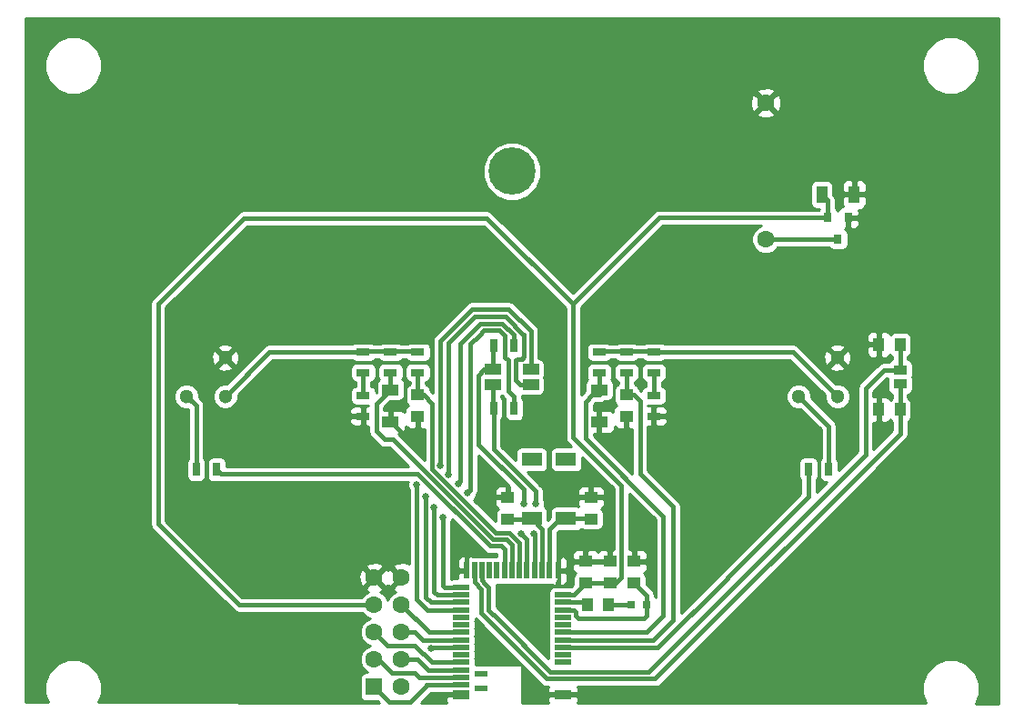
<source format=gtl>
G04 #@! TF.FileFunction,Copper,L1,Top,Signal*
%FSLAX46Y46*%
G04 Gerber Fmt 4.6, Leading zero omitted, Abs format (unit mm)*
G04 Created by KiCad (PCBNEW (2015-06-24 BZR 5814)-product) date Tue Mar 14 22:56:28 2017*
%MOMM*%
G01*
G04 APERTURE LIST*
%ADD10C,0.100000*%
%ADD11R,1.270000X0.970000*%
%ADD12R,1.250000X1.000000*%
%ADD13R,1.000000X1.250000*%
%ADD14R,0.700000X1.300000*%
%ADD15R,1.300000X0.700000*%
%ADD16C,1.600000*%
%ADD17C,4.400000*%
%ADD18R,1.500000X1.000000*%
%ADD19R,1.600000X1.600000*%
%ADD20R,0.800000X0.900000*%
%ADD21C,1.300000*%
%ADD22R,1.200000X0.500000*%
%ADD23R,1.600000X0.900000*%
%ADD24R,1.600000X0.500000*%
%ADD25R,0.500000X1.600000*%
%ADD26R,1.900000X1.300000*%
%ADD27R,1.600000X1.000000*%
%ADD28R,1.000000X1.600000*%
%ADD29R,0.800000X0.750000*%
%ADD30C,0.660400*%
%ADD31C,0.406400*%
%ADD32C,0.254000*%
G04 APERTURE END LIST*
D10*
D11*
X130000000Y-119360000D03*
X130000000Y-120640000D03*
D12*
X85090000Y-121682000D03*
X85090000Y-123682000D03*
X104521000Y-121682000D03*
X104521000Y-123682000D03*
X105206800Y-139176000D03*
X105206800Y-137176000D03*
X102971600Y-139176000D03*
X102971600Y-137176000D03*
X101219000Y-133207000D03*
X101219000Y-131207000D03*
X100711000Y-139176000D03*
X100711000Y-137176000D03*
X93472000Y-133207000D03*
X93472000Y-131207000D03*
D13*
X130000000Y-123037600D03*
X128000000Y-123037600D03*
X130000000Y-116967000D03*
X128000000Y-116967000D03*
X102854000Y-141224000D03*
X100854000Y-141224000D03*
D14*
X66350000Y-128600000D03*
X64450000Y-128600000D03*
D15*
X80010000Y-119568000D03*
X80010000Y-117668000D03*
X80010000Y-123632000D03*
X80010000Y-121732000D03*
D14*
X121450000Y-128600000D03*
X123350000Y-128600000D03*
D15*
X107061000Y-119568000D03*
X107061000Y-117668000D03*
X107061000Y-123632000D03*
X107061000Y-121732000D03*
X85090000Y-119568000D03*
X85090000Y-117668000D03*
X82550000Y-119568000D03*
X82550000Y-117668000D03*
X104521000Y-119568000D03*
X104521000Y-117668000D03*
X101981000Y-119568000D03*
X101981000Y-117668000D03*
D14*
X94041000Y-117094000D03*
X92141000Y-117094000D03*
X94041000Y-122936000D03*
X92141000Y-122936000D03*
D16*
X117475000Y-94488000D03*
X117475000Y-107188000D03*
D17*
X93850000Y-100838000D03*
D18*
X95600000Y-120700000D03*
X92100000Y-120700000D03*
X95600000Y-119300000D03*
X92100000Y-119300000D03*
D19*
X81026000Y-148844000D03*
D16*
X83566000Y-148844000D03*
X81026000Y-146304000D03*
X83566000Y-146304000D03*
X81026000Y-143764000D03*
X83566000Y-143764000D03*
X81026000Y-141224000D03*
X83566000Y-141224000D03*
X81026000Y-138684000D03*
X83566000Y-138684000D03*
D20*
X125156000Y-105172000D03*
X123256000Y-105172000D03*
X124206000Y-107172000D03*
D21*
X63554000Y-121796000D03*
X67146000Y-118204000D03*
X67146000Y-121796000D03*
X120554000Y-121796000D03*
X124146000Y-118204000D03*
X124146000Y-121796000D03*
D22*
X90950000Y-147622000D03*
X90950000Y-149022000D03*
D23*
X89100000Y-149572000D03*
D24*
X89100000Y-148672000D03*
X89100000Y-147972000D03*
X89100000Y-147272000D03*
X89100000Y-146572000D03*
X89100000Y-145872000D03*
X89100000Y-145172000D03*
X89100000Y-144472000D03*
X89100000Y-143772000D03*
X89100000Y-143072000D03*
X89100000Y-142372000D03*
X89100000Y-141672000D03*
X89100000Y-140972000D03*
X89100000Y-140272000D03*
X89100000Y-139572000D03*
D25*
X89650000Y-138022000D03*
X90350000Y-138022000D03*
X91050000Y-138022000D03*
X91750000Y-138022000D03*
X92450000Y-138022000D03*
X93150000Y-138022000D03*
X93850000Y-138022000D03*
X94550000Y-138022000D03*
X95250000Y-138022000D03*
X95950000Y-138022000D03*
X96650000Y-138022000D03*
X97350000Y-138022000D03*
D24*
X98600000Y-140272000D03*
X98600000Y-140972000D03*
X98600000Y-141672000D03*
X98600000Y-142372000D03*
X98600000Y-143072000D03*
X98600000Y-143772000D03*
X98600000Y-144472000D03*
X98600000Y-145172000D03*
X98600000Y-145872000D03*
D23*
X98600000Y-149572000D03*
D24*
X98600000Y-146572000D03*
D25*
X98150000Y-138022000D03*
D26*
X95682000Y-133179000D03*
X98882000Y-133179000D03*
X98882000Y-127679000D03*
X95682000Y-127679000D03*
D27*
X82550000Y-121182000D03*
X82550000Y-124182000D03*
X101981000Y-121182000D03*
X101981000Y-124182000D03*
D28*
X122706000Y-102997000D03*
X125706000Y-102997000D03*
D29*
X106414000Y-141224000D03*
X104914000Y-141224000D03*
D30*
X83845400Y-125476000D03*
X89865200Y-136474200D03*
X102350000Y-149550000D03*
X104190800Y-126542800D03*
X86614000Y-149758400D03*
X99110800Y-135534400D03*
X106172000Y-134569200D03*
X108915200Y-123647200D03*
X87960200Y-129057400D03*
X85852000Y-131165600D03*
X96062800Y-131775200D03*
X95859600Y-134569200D03*
X87198200Y-128270000D03*
X84988400Y-130048000D03*
X94945200Y-131775200D03*
X94742000Y-134569200D03*
X86360000Y-145288000D03*
X86614000Y-132156200D03*
X88849200Y-129921000D03*
X87452200Y-133070600D03*
X89712800Y-130810000D03*
D31*
X97450000Y-147450000D02*
X106511900Y-147450000D01*
X91694000Y-141681200D02*
X91694000Y-139603208D01*
X91694000Y-139603208D02*
X91335996Y-139245204D01*
X91335996Y-139240396D02*
X91335996Y-139245204D01*
X92550000Y-142550000D02*
X92550000Y-142537200D01*
X92550000Y-142550000D02*
X97450000Y-147450000D01*
X92550000Y-142537200D02*
X91694000Y-141681200D01*
X106511900Y-147450000D02*
X126758700Y-127203200D01*
X128455100Y-119360000D02*
X130000000Y-119360000D01*
X126758700Y-127228600D02*
X126758700Y-121056400D01*
X126758700Y-121056400D02*
X128455100Y-119360000D01*
X91050000Y-138954400D02*
X91050000Y-138022000D01*
X91050000Y-138954400D02*
X91335996Y-139240396D01*
X91335996Y-139240396D02*
X91338400Y-139242800D01*
X129978400Y-116967000D02*
X129978400Y-119344000D01*
X129978400Y-119344000D02*
X129994400Y-119360000D01*
X130000000Y-125282700D02*
X130000000Y-123037600D01*
X97100000Y-148100000D02*
X107182700Y-148100000D01*
X90982800Y-140462000D02*
X90982800Y-141982800D01*
X90350000Y-138022000D02*
X90350000Y-139116508D01*
X90982800Y-139749308D02*
X90982800Y-140462000D01*
X90350000Y-139116508D02*
X90982800Y-139749308D01*
X90982800Y-141982800D02*
X97100000Y-148100000D01*
X107182700Y-148100000D02*
X130000000Y-125282700D01*
X129997200Y-123040400D02*
X130000000Y-123037600D01*
X129978400Y-123037600D02*
X129978400Y-120757600D01*
X129978400Y-120757600D02*
X129994400Y-120741600D01*
X82550000Y-124182000D02*
X82551400Y-124182000D01*
X82551400Y-124182000D02*
X83845400Y-125476000D01*
X89650000Y-138022000D02*
X89650000Y-136689400D01*
X89650000Y-136689400D02*
X89865200Y-136474200D01*
X101583200Y-149572000D02*
X102328000Y-149572000D01*
X98600000Y-149572000D02*
X101583200Y-149572000D01*
X102328000Y-149572000D02*
X102350000Y-149550000D01*
X104521000Y-123682000D02*
X104521000Y-126212600D01*
X104521000Y-126212600D02*
X104190800Y-126542800D01*
X89100000Y-149572000D02*
X86800400Y-149572000D01*
X86800400Y-149572000D02*
X86614000Y-149758400D01*
X98150000Y-138022000D02*
X98150000Y-136901600D01*
X99110800Y-135940800D02*
X99110800Y-135534400D01*
X98150000Y-136901600D02*
X99110800Y-135940800D01*
X105206800Y-137176000D02*
X105206800Y-135534400D01*
X105206800Y-135534400D02*
X106172000Y-134569200D01*
X85090000Y-123682000D02*
X85090000Y-123799600D01*
X107061000Y-123632000D02*
X108900000Y-123632000D01*
X108900000Y-123632000D02*
X108915200Y-123647200D01*
X124206000Y-107172000D02*
X117491000Y-107172000D01*
X117491000Y-107172000D02*
X117475000Y-107188000D01*
X91948000Y-134112000D02*
X89814400Y-131978400D01*
X94550000Y-135444000D02*
X93599000Y-134493000D01*
X93599000Y-134493000D02*
X92329000Y-134493000D01*
X92329000Y-134493000D02*
X91948000Y-134112000D01*
X94550000Y-138022000D02*
X94550000Y-135444000D01*
X86436200Y-122478800D02*
X85639400Y-121682000D01*
X86436200Y-128600200D02*
X86436200Y-122478800D01*
X89814400Y-131978400D02*
X86436200Y-128600200D01*
X85639400Y-121682000D02*
X85090000Y-121682000D01*
X85090000Y-121682000D02*
X85090000Y-119618000D01*
X92075000Y-135128000D02*
X92043300Y-135128000D01*
X82746900Y-125831600D02*
X82042000Y-125831600D01*
X82042000Y-125831600D02*
X81203800Y-124993400D01*
X81203800Y-124993400D02*
X81203800Y-122528200D01*
X82550000Y-121182000D02*
X81203800Y-122528200D01*
X93850000Y-135633000D02*
X93850000Y-138022000D01*
X93345000Y-135128000D02*
X92075000Y-135128000D01*
X93850000Y-135633000D02*
X93345000Y-135128000D01*
X91281300Y-134366000D02*
X82746900Y-125831600D01*
X92043300Y-135128000D02*
X91281300Y-134366000D01*
X82550000Y-119568000D02*
X82550000Y-121182000D01*
X104521000Y-121682000D02*
X105172000Y-121682000D01*
X108839000Y-132080000D02*
X108839000Y-142621000D01*
X108839000Y-142621000D02*
X106988000Y-144472000D01*
X106988000Y-144472000D02*
X98600000Y-144472000D01*
X105765600Y-129006600D02*
X108839000Y-132080000D01*
X105765600Y-122275600D02*
X105765600Y-129006600D01*
X105172000Y-121682000D02*
X105765600Y-122275600D01*
X104521000Y-121682000D02*
X104521000Y-119618000D01*
X101981000Y-121682000D02*
X101330000Y-121682000D01*
X100711000Y-122301000D02*
X100711000Y-123190000D01*
X101330000Y-121682000D02*
X100711000Y-122301000D01*
X98600000Y-143772000D02*
X106418000Y-143772000D01*
X106418000Y-143772000D02*
X107950000Y-142240000D01*
X107950000Y-142240000D02*
X107950000Y-132969000D01*
X107950000Y-132969000D02*
X100711000Y-125730000D01*
X100711000Y-125730000D02*
X100711000Y-123190000D01*
X100711000Y-123190000D02*
X100711000Y-122952000D01*
X101981000Y-119618000D02*
X101981000Y-121682000D01*
X100076000Y-142494000D02*
X106106000Y-142494000D01*
X99635000Y-141672000D02*
X99822000Y-141859000D01*
X99822000Y-141859000D02*
X99822000Y-142240000D01*
X99822000Y-142240000D02*
X100076000Y-142494000D01*
X98600000Y-141672000D02*
X99635000Y-141672000D01*
X106414000Y-142186000D02*
X106414000Y-141224000D01*
X106106000Y-142494000D02*
X106414000Y-142186000D01*
X106414000Y-141224000D02*
X106414000Y-140383200D01*
X106414000Y-140383200D02*
X105206800Y-139176000D01*
X123256000Y-105172000D02*
X123256000Y-103547000D01*
X123256000Y-103547000D02*
X122706000Y-102997000D01*
X99568000Y-113200000D02*
X99500000Y-113200000D01*
X68424000Y-141224000D02*
X81026000Y-141224000D01*
X60900000Y-133700000D02*
X68424000Y-141224000D01*
X60900000Y-113200000D02*
X60900000Y-133700000D01*
X68900000Y-105200000D02*
X60900000Y-113200000D01*
X91500000Y-105200000D02*
X68900000Y-105200000D01*
X99500000Y-113200000D02*
X91500000Y-105200000D01*
X102971600Y-139176000D02*
X103546400Y-139176000D01*
X103546400Y-139176000D02*
X104038400Y-138684000D01*
X104038400Y-138684000D02*
X104038400Y-130098800D01*
X104038400Y-130098800D02*
X99568000Y-125628400D01*
X99568000Y-125628400D02*
X99568000Y-113200000D01*
X99568000Y-113200000D02*
X99568000Y-113182400D01*
X99568000Y-113182400D02*
X107578400Y-105172000D01*
X107578400Y-105172000D02*
X123256000Y-105172000D01*
X100711000Y-139176000D02*
X102870000Y-139176000D01*
X98600000Y-140272000D02*
X99615000Y-140272000D01*
X99615000Y-140272000D02*
X100711000Y-139176000D01*
X81026000Y-141224000D02*
X80899000Y-141224000D01*
X123206000Y-105122000D02*
X123256000Y-105172000D01*
X98882000Y-133179000D02*
X101191000Y-133179000D01*
X101191000Y-133179000D02*
X101219000Y-133207000D01*
X97350000Y-138022000D02*
X97350000Y-134171000D01*
X97350000Y-134171000D02*
X98342000Y-133179000D01*
X98342000Y-133179000D02*
X98882000Y-133179000D01*
X93472000Y-133207000D02*
X95654000Y-133207000D01*
X95654000Y-133207000D02*
X95682000Y-133179000D01*
X96650000Y-138022000D02*
X96650000Y-134147000D01*
X96650000Y-134147000D02*
X95682000Y-133179000D01*
X87960200Y-129057400D02*
X87960200Y-116814600D01*
X95600000Y-120700000D02*
X94639600Y-120700000D01*
X94993798Y-118110000D02*
X94993798Y-116094898D01*
X94765198Y-118338600D02*
X94993798Y-118110000D01*
X94361000Y-118338600D02*
X94765198Y-118338600D01*
X94234000Y-118465600D02*
X94361000Y-118338600D01*
X94234000Y-120294400D02*
X94234000Y-118465600D01*
X94639600Y-120700000D02*
X94234000Y-120294400D01*
X86285800Y-140972000D02*
X85852000Y-140538200D01*
X85852000Y-140538200D02*
X85852000Y-131165600D01*
X86285800Y-140972000D02*
X89100000Y-140972000D01*
X94993798Y-116101198D02*
X94993798Y-116094898D01*
X93243400Y-114350800D02*
X94993798Y-116101198D01*
X90424000Y-114350800D02*
X93243400Y-114350800D01*
X87960200Y-116814600D02*
X90424000Y-114350800D01*
X96062800Y-131775200D02*
X96062800Y-130657600D01*
X95950000Y-138022000D02*
X95950000Y-134659600D01*
X95950000Y-134659600D02*
X95859600Y-134569200D01*
X92141000Y-126735800D02*
X92141000Y-122936000D01*
X96062800Y-130657600D02*
X92141000Y-126735800D01*
X92100000Y-120700000D02*
X92100000Y-122927000D01*
X92100000Y-122927000D02*
X92091000Y-122936000D01*
X95600000Y-115843800D02*
X95600000Y-115742200D01*
X87198200Y-117779800D02*
X87198200Y-117500400D01*
X87198200Y-117779800D02*
X87198200Y-128270000D01*
X89100000Y-141672000D02*
X85944400Y-141672000D01*
X84988400Y-140716000D02*
X84988400Y-130048000D01*
X85944400Y-141672000D02*
X84988400Y-140716000D01*
X95600000Y-115843800D02*
X95600000Y-119300000D01*
X87198200Y-116636800D02*
X87198200Y-117500400D01*
X90144600Y-113690400D02*
X87198200Y-116636800D01*
X93548200Y-113690400D02*
X90144600Y-113690400D01*
X95600000Y-115742200D02*
X93548200Y-113690400D01*
X94945200Y-131775200D02*
X94945200Y-130479800D01*
X95250000Y-138022000D02*
X95250000Y-135077200D01*
X95250000Y-135077200D02*
X94742000Y-134569200D01*
X91266000Y-119300000D02*
X92100000Y-119300000D01*
X90728800Y-119837200D02*
X91266000Y-119300000D01*
X90728800Y-126263400D02*
X90728800Y-119837200D01*
X94945200Y-130479800D02*
X90728800Y-126263400D01*
X92100000Y-119300000D02*
X92100000Y-117103000D01*
X92100000Y-117103000D02*
X92091000Y-117094000D01*
X104914000Y-141224000D02*
X102854000Y-141224000D01*
X98600000Y-140972000D02*
X100602000Y-140972000D01*
X100602000Y-140972000D02*
X100854000Y-141224000D01*
X85897000Y-148672000D02*
X85897000Y-148748200D01*
X89100000Y-148672000D02*
X85897000Y-148672000D01*
X82448400Y-150266400D02*
X81026000Y-148844000D01*
X84378800Y-150266400D02*
X82448400Y-150266400D01*
X85897000Y-148748200D02*
X84378800Y-150266400D01*
X89100000Y-145172000D02*
X86476000Y-145172000D01*
X86476000Y-145172000D02*
X86360000Y-145288000D01*
X89100000Y-147972000D02*
X85234000Y-147972000D01*
X82677000Y-147574000D02*
X81407000Y-146304000D01*
X84836000Y-147574000D02*
X82677000Y-147574000D01*
X85234000Y-147972000D02*
X84836000Y-147574000D01*
X81407000Y-146304000D02*
X81026000Y-146304000D01*
X89100000Y-147272000D02*
X86058000Y-147272000D01*
X85090000Y-146304000D02*
X83566000Y-146304000D01*
X86058000Y-147272000D02*
X85090000Y-146304000D01*
X89100000Y-146572000D02*
X86374000Y-146572000D01*
X82296000Y-145034000D02*
X81026000Y-143764000D01*
X84836000Y-145034000D02*
X82296000Y-145034000D01*
X86374000Y-146572000D02*
X84836000Y-145034000D01*
X89100000Y-144472000D02*
X85544000Y-144472000D01*
X84836000Y-143764000D02*
X83566000Y-143764000D01*
X85544000Y-144472000D02*
X84836000Y-143764000D01*
X89100000Y-143772000D02*
X86114000Y-143772000D01*
X86114000Y-143772000D02*
X83566000Y-141224000D01*
X91795602Y-135737602D02*
X85090000Y-129032000D01*
X85090000Y-129032000D02*
X66782000Y-129032000D01*
X93150000Y-136050602D02*
X92837000Y-135737602D01*
X92837000Y-135737602D02*
X91795602Y-135737602D01*
X93150000Y-138022000D02*
X93150000Y-136050602D01*
X66782000Y-129032000D02*
X66350000Y-128600000D01*
X64450000Y-128600000D02*
X64450000Y-122692000D01*
X64450000Y-122692000D02*
X63554000Y-121796000D01*
X80010000Y-119618000D02*
X80010000Y-121682000D01*
X80010000Y-117668000D02*
X71274000Y-117668000D01*
X71274000Y-117668000D02*
X67146000Y-121796000D01*
X80010000Y-117618000D02*
X82550000Y-117618000D01*
X82550000Y-117618000D02*
X85090000Y-117618000D01*
X113900000Y-138703000D02*
X113900000Y-138700000D01*
X107431000Y-145172000D02*
X113900000Y-138703000D01*
X98600000Y-145172000D02*
X107431000Y-145172000D01*
X121450000Y-131150000D02*
X121450000Y-128600000D01*
X113900000Y-138700000D02*
X121450000Y-131150000D01*
X123350000Y-128600000D02*
X123350000Y-124592000D01*
X123350000Y-124592000D02*
X120554000Y-121796000D01*
X107061000Y-119618000D02*
X107061000Y-121682000D01*
X111943000Y-117668000D02*
X120018000Y-117668000D01*
X107061000Y-117668000D02*
X111943000Y-117668000D01*
X120018000Y-117668000D02*
X124146000Y-121796000D01*
X101981000Y-117618000D02*
X104521000Y-117618000D01*
X104521000Y-117618000D02*
X107061000Y-117618000D01*
X89100000Y-140272000D02*
X86906600Y-140272000D01*
X86614000Y-132156200D02*
X86614000Y-139979400D01*
X86906600Y-140272000D02*
X86614000Y-139979400D01*
X94041000Y-116088200D02*
X94041000Y-117094000D01*
X92964000Y-115011200D02*
X94041000Y-116088200D01*
X90906600Y-115011200D02*
X92964000Y-115011200D01*
X89052400Y-116865400D02*
X90906600Y-115011200D01*
X89052400Y-129717800D02*
X89052400Y-116865400D01*
X88849200Y-129921000D02*
X89052400Y-129717800D01*
X93192600Y-117195600D02*
X93192600Y-118135400D01*
X91236800Y-115671600D02*
X92684600Y-115671600D01*
X92684600Y-115671600D02*
X93192600Y-116179600D01*
X93192600Y-116179600D02*
X93192600Y-117195600D01*
X87578200Y-139572000D02*
X87452200Y-139446000D01*
X87452200Y-139446000D02*
X87452200Y-133070600D01*
X89100000Y-139572000D02*
X87578200Y-139572000D01*
X89992200Y-116916200D02*
X90805000Y-116103400D01*
X89992200Y-130530600D02*
X89992200Y-116916200D01*
X89712800Y-130810000D02*
X89992200Y-130530600D01*
X90805000Y-116103400D02*
X91236800Y-115671600D01*
X94041000Y-121828600D02*
X94041000Y-122936000D01*
X93497400Y-121285000D02*
X94041000Y-121828600D01*
X93497400Y-118440200D02*
X93497400Y-121285000D01*
X93192600Y-118135400D02*
X93497400Y-118440200D01*
X89100000Y-139572000D02*
X89100000Y-139544400D01*
D32*
G36*
X139116600Y-150392741D02*
X137028205Y-150390384D01*
X137382933Y-149536103D01*
X137383865Y-148468580D01*
X136976202Y-147481962D01*
X136222009Y-146726451D01*
X135236103Y-146317067D01*
X134168580Y-146316135D01*
X133181962Y-146723798D01*
X132426451Y-147477991D01*
X132017067Y-148463897D01*
X132016135Y-149531420D01*
X132368879Y-150385125D01*
X99952063Y-150348537D01*
X100035000Y-150148310D01*
X100035000Y-149857750D01*
X99876250Y-149699000D01*
X98727000Y-149699000D01*
X98727000Y-149719000D01*
X98473000Y-149719000D01*
X98473000Y-149699000D01*
X97323750Y-149699000D01*
X97165000Y-149857750D01*
X97165000Y-150148310D01*
X97246672Y-150345484D01*
X94818200Y-150342743D01*
X94818200Y-146913600D01*
X94808533Y-146864999D01*
X94781003Y-146823797D01*
X94739801Y-146796267D01*
X94691200Y-146786600D01*
X90443850Y-146786600D01*
X90443850Y-146322000D01*
X90424127Y-146220347D01*
X90443850Y-146122000D01*
X90443850Y-145622000D01*
X90424127Y-145520347D01*
X90443850Y-145422000D01*
X90443850Y-144922000D01*
X90424127Y-144820347D01*
X90443850Y-144722000D01*
X90443850Y-144222000D01*
X90424127Y-144120347D01*
X90443850Y-144022000D01*
X90443850Y-143522000D01*
X90424127Y-143420347D01*
X90443850Y-143322000D01*
X90443850Y-142822000D01*
X90424127Y-142720347D01*
X90443850Y-142622000D01*
X90443850Y-142476574D01*
X90461945Y-142503655D01*
X96579145Y-148620855D01*
X96818115Y-148780530D01*
X97100000Y-148836600D01*
X97230897Y-148836600D01*
X97165000Y-148995690D01*
X97165000Y-149286250D01*
X97323750Y-149445000D01*
X98473000Y-149445000D01*
X98473000Y-149425000D01*
X98727000Y-149425000D01*
X98727000Y-149445000D01*
X99876250Y-149445000D01*
X100035000Y-149286250D01*
X100035000Y-148995690D01*
X99969103Y-148836600D01*
X107182700Y-148836600D01*
X107464585Y-148780530D01*
X107703555Y-148620855D01*
X130520855Y-125803555D01*
X130680530Y-125564585D01*
X130736600Y-125282700D01*
X130736600Y-124145169D01*
X130882139Y-124049566D01*
X131001796Y-123872298D01*
X131043850Y-123662600D01*
X131043850Y-122412600D01*
X131004389Y-122209217D01*
X130886966Y-122030461D01*
X130715000Y-121914383D01*
X130715000Y-121653328D01*
X130838383Y-121629389D01*
X131017139Y-121511966D01*
X131136796Y-121334698D01*
X131178850Y-121125000D01*
X131178850Y-120155000D01*
X131148279Y-119997438D01*
X131178850Y-119845000D01*
X131178850Y-118875000D01*
X131139389Y-118671617D01*
X131021966Y-118492861D01*
X130844698Y-118373204D01*
X130715000Y-118347194D01*
X130715000Y-118088758D01*
X130882139Y-117978966D01*
X131001796Y-117801698D01*
X131043850Y-117592000D01*
X131043850Y-116342000D01*
X131004389Y-116138617D01*
X130886966Y-115959861D01*
X130709698Y-115840204D01*
X130500000Y-115798150D01*
X129500000Y-115798150D01*
X129296617Y-115837611D01*
X129117861Y-115955034D01*
X129061573Y-116038422D01*
X129038327Y-115982301D01*
X128859698Y-115803673D01*
X128626309Y-115707000D01*
X128285750Y-115707000D01*
X128127000Y-115865750D01*
X128127000Y-116840000D01*
X128147000Y-116840000D01*
X128147000Y-117094000D01*
X128127000Y-117094000D01*
X128127000Y-118068250D01*
X128285750Y-118227000D01*
X128626309Y-118227000D01*
X128859698Y-118130327D01*
X129038327Y-117951699D01*
X129061517Y-117895713D01*
X129113034Y-117974139D01*
X129241800Y-118061057D01*
X129241800Y-118355054D01*
X129161617Y-118370611D01*
X128982861Y-118488034D01*
X128891488Y-118623400D01*
X128455100Y-118623400D01*
X128173215Y-118679470D01*
X127934245Y-118839145D01*
X126237845Y-120535545D01*
X126078170Y-120774515D01*
X126022100Y-121056400D01*
X126022100Y-126898090D01*
X124243850Y-128676340D01*
X124243850Y-127950000D01*
X124204389Y-127746617D01*
X124086966Y-127567861D01*
X124086600Y-127567614D01*
X124086600Y-124592000D01*
X124030530Y-124310115D01*
X123870855Y-124071145D01*
X121737277Y-121937567D01*
X121737605Y-121561640D01*
X121557823Y-121126534D01*
X121225217Y-120793347D01*
X120790425Y-120612806D01*
X120319640Y-120612395D01*
X119884534Y-120792177D01*
X119551347Y-121124783D01*
X119370806Y-121559575D01*
X119370395Y-122030360D01*
X119550177Y-122465466D01*
X119882783Y-122798653D01*
X120317575Y-122979194D01*
X120695814Y-122979524D01*
X122613400Y-124897110D01*
X122613400Y-127569643D01*
X122498204Y-127740302D01*
X122456150Y-127950000D01*
X122456150Y-129250000D01*
X122495611Y-129453383D01*
X122613034Y-129632139D01*
X122790302Y-129751796D01*
X123000000Y-129793850D01*
X123126340Y-129793850D01*
X122186600Y-130733590D01*
X122186600Y-129630357D01*
X122301796Y-129459698D01*
X122343850Y-129250000D01*
X122343850Y-127950000D01*
X122304389Y-127746617D01*
X122186966Y-127567861D01*
X122009698Y-127448204D01*
X121800000Y-127406150D01*
X121100000Y-127406150D01*
X120896617Y-127445611D01*
X120717861Y-127563034D01*
X120598204Y-127740302D01*
X120556150Y-127950000D01*
X120556150Y-129250000D01*
X120595611Y-129453383D01*
X120713034Y-129632139D01*
X120713400Y-129632386D01*
X120713400Y-130844890D01*
X113379145Y-138179145D01*
X113373104Y-138188186D01*
X109575600Y-141985690D01*
X109575600Y-132080000D01*
X109519530Y-131798115D01*
X109359855Y-131559145D01*
X106502200Y-128701490D01*
X106502200Y-124617000D01*
X106775250Y-124617000D01*
X106934000Y-124458250D01*
X106934000Y-123759000D01*
X107188000Y-123759000D01*
X107188000Y-124458250D01*
X107346750Y-124617000D01*
X107837310Y-124617000D01*
X108070699Y-124520327D01*
X108249327Y-124341698D01*
X108346000Y-124108309D01*
X108346000Y-123917750D01*
X108187250Y-123759000D01*
X107188000Y-123759000D01*
X106934000Y-123759000D01*
X106934000Y-123759000D01*
X106914000Y-123759000D01*
X106914000Y-123505000D01*
X106934000Y-123505000D01*
X106934000Y-122805750D01*
X106775250Y-122647000D01*
X107346750Y-122647000D01*
X107188000Y-122805750D01*
X107188000Y-123505000D01*
X108187250Y-123505000D01*
X108346000Y-123346250D01*
X108346000Y-123155691D01*
X108249327Y-122922302D01*
X108070699Y-122743673D01*
X107837310Y-122647000D01*
X107346750Y-122647000D01*
X106775250Y-122647000D01*
X106775250Y-122647000D01*
X106502200Y-122647000D01*
X106502200Y-122625850D01*
X107711000Y-122625850D01*
X107914383Y-122586389D01*
X108093139Y-122468966D01*
X108212796Y-122291698D01*
X108254850Y-122082000D01*
X108254850Y-121382000D01*
X108215389Y-121178617D01*
X108097966Y-120999861D01*
X107920698Y-120880204D01*
X107797600Y-120855517D01*
X107797600Y-120445048D01*
X107914383Y-120422389D01*
X108093139Y-120304966D01*
X108212796Y-120127698D01*
X108254850Y-119918000D01*
X108254850Y-119218000D01*
X108215389Y-119014617D01*
X108097966Y-118835861D01*
X107920698Y-118716204D01*
X107711000Y-118674150D01*
X106411000Y-118674150D01*
X106207617Y-118713611D01*
X106028861Y-118831034D01*
X105909204Y-119008302D01*
X105867150Y-119218000D01*
X105867150Y-119918000D01*
X105906611Y-120121383D01*
X106024034Y-120300139D01*
X106201302Y-120419796D01*
X106324400Y-120444483D01*
X106324400Y-120854952D01*
X106207617Y-120877611D01*
X106028861Y-120995034D01*
X105909204Y-121172302D01*
X105874928Y-121343218D01*
X105692855Y-121161145D01*
X105684753Y-121155732D01*
X105650389Y-120978617D01*
X105532966Y-120799861D01*
X105355698Y-120680204D01*
X105257600Y-120660531D01*
X105257600Y-120445048D01*
X105374383Y-120422389D01*
X105553139Y-120304966D01*
X105672796Y-120127698D01*
X105714850Y-119918000D01*
X105714850Y-119218000D01*
X105675389Y-119014617D01*
X105557966Y-118835861D01*
X105380698Y-118716204D01*
X105171000Y-118674150D01*
X103871000Y-118674150D01*
X103667617Y-118713611D01*
X103488861Y-118831034D01*
X103369204Y-119008302D01*
X103327150Y-119218000D01*
X103327150Y-119918000D01*
X103366611Y-120121383D01*
X103484034Y-120300139D01*
X103661302Y-120419796D01*
X103784400Y-120444483D01*
X103784400Y-120659803D01*
X103692617Y-120677611D01*
X103513861Y-120795034D01*
X103394204Y-120972302D01*
X103352150Y-121182000D01*
X103352150Y-122182000D01*
X103391611Y-122385383D01*
X103509034Y-122564139D01*
X103592422Y-122620427D01*
X103536301Y-122643673D01*
X103357673Y-122822302D01*
X103261000Y-123055691D01*
X103261000Y-123263975D01*
X103140699Y-123143673D01*
X102907310Y-123047000D01*
X102266750Y-123047000D01*
X102108000Y-123205750D01*
X102108000Y-124055000D01*
X102128000Y-124055000D01*
X102128000Y-124309000D01*
X102108000Y-124309000D01*
X102108000Y-125158250D01*
X102266750Y-125317000D01*
X102907310Y-125317000D01*
X103140699Y-125220327D01*
X103319327Y-125041698D01*
X103416000Y-124808309D01*
X103416000Y-124600025D01*
X103536301Y-124720327D01*
X103769690Y-124817000D01*
X104235250Y-124817000D01*
X104394000Y-124658250D01*
X104394000Y-123809000D01*
X104374000Y-123809000D01*
X104374000Y-123555000D01*
X104394000Y-123555000D01*
X104394000Y-123535000D01*
X104648000Y-123535000D01*
X104648000Y-123555000D01*
X104668000Y-123555000D01*
X104668000Y-123809000D01*
X104648000Y-123809000D01*
X104648000Y-124658250D01*
X104806750Y-124817000D01*
X105029000Y-124817000D01*
X105029000Y-129006290D01*
X101447600Y-125424890D01*
X101447600Y-125317000D01*
X101695250Y-125317000D01*
X101854000Y-125158250D01*
X101854000Y-124309000D01*
X101834000Y-124309000D01*
X101834000Y-124055000D01*
X101854000Y-124055000D01*
X101854000Y-123205750D01*
X101695250Y-123047000D01*
X101447600Y-123047000D01*
X101447600Y-122606110D01*
X101635110Y-122418600D01*
X101981000Y-122418600D01*
X102262885Y-122362530D01*
X102467441Y-122225850D01*
X102781000Y-122225850D01*
X102984383Y-122186389D01*
X103163139Y-122068966D01*
X103282796Y-121891698D01*
X103324850Y-121682000D01*
X103324850Y-120682000D01*
X103285389Y-120478617D01*
X103167966Y-120299861D01*
X103063969Y-120229663D01*
X103132796Y-120127698D01*
X103174850Y-119918000D01*
X103174850Y-119218000D01*
X103135389Y-119014617D01*
X103017966Y-118835861D01*
X102840698Y-118716204D01*
X102631000Y-118674150D01*
X101331000Y-118674150D01*
X101127617Y-118713611D01*
X100948861Y-118831034D01*
X100829204Y-119008302D01*
X100787150Y-119218000D01*
X100787150Y-119918000D01*
X100826611Y-120121383D01*
X100897931Y-120229956D01*
X100798861Y-120295034D01*
X100679204Y-120472302D01*
X100637150Y-120682000D01*
X100637150Y-121333140D01*
X100304600Y-121665690D01*
X100304600Y-116774150D01*
X101331000Y-116774150D01*
X101127617Y-116813611D01*
X100948861Y-116931034D01*
X100829204Y-117108302D01*
X100787150Y-117318000D01*
X100787150Y-118018000D01*
X100826611Y-118221383D01*
X100944034Y-118400139D01*
X101121302Y-118519796D01*
X101331000Y-118561850D01*
X102631000Y-118561850D01*
X102834383Y-118522389D01*
X103013139Y-118404966D01*
X103047136Y-118354600D01*
X103454120Y-118354600D01*
X103484034Y-118400139D01*
X103661302Y-118519796D01*
X103871000Y-118561850D01*
X105171000Y-118561850D01*
X105374383Y-118522389D01*
X105553139Y-118404966D01*
X105587136Y-118354600D01*
X105994120Y-118354600D01*
X106024034Y-118400139D01*
X106201302Y-118519796D01*
X106411000Y-118561850D01*
X107711000Y-118561850D01*
X107914383Y-118522389D01*
X108093139Y-118404966D01*
X108093386Y-118404600D01*
X119712890Y-118404600D01*
X122962723Y-121654433D01*
X122962395Y-122030360D01*
X123142177Y-122465466D01*
X123474783Y-122798653D01*
X123909575Y-122979194D01*
X124380360Y-122979605D01*
X124815466Y-122799823D01*
X125148653Y-122467217D01*
X125329194Y-122032425D01*
X125329605Y-121561640D01*
X125149823Y-121126534D01*
X124817217Y-120793347D01*
X124382425Y-120612806D01*
X124004186Y-120612476D01*
X122494726Y-119103016D01*
X123426590Y-119103016D01*
X123482271Y-119333611D01*
X123965078Y-119501622D01*
X124475428Y-119472083D01*
X124809729Y-119333611D01*
X124865410Y-119103016D01*
X124146000Y-118383605D01*
X123426590Y-119103016D01*
X122494726Y-119103016D01*
X120931981Y-117540271D01*
X123016389Y-117540271D01*
X122848378Y-118023078D01*
X122877917Y-118533428D01*
X123016389Y-118867729D01*
X123246984Y-118923410D01*
X123966395Y-118204000D01*
X124325605Y-118204000D01*
X125045016Y-118923410D01*
X125275611Y-118867729D01*
X125443622Y-118384922D01*
X125414083Y-117874572D01*
X125349358Y-117718310D01*
X126865000Y-117718310D01*
X126961673Y-117951699D01*
X127140302Y-118130327D01*
X127373691Y-118227000D01*
X127714250Y-118227000D01*
X127873000Y-118068250D01*
X127873000Y-117094000D01*
X127023750Y-117094000D01*
X124814465Y-117094000D01*
X124809729Y-117074389D01*
X124326922Y-116906378D01*
X123816572Y-116935917D01*
X123482271Y-117074389D01*
X123426590Y-117304984D01*
X124146000Y-118024395D01*
X124865410Y-117304984D01*
X124814465Y-117094000D01*
X127023750Y-117094000D01*
X124814465Y-117094000D01*
X124814465Y-117094000D01*
X127023750Y-117094000D01*
X126865000Y-117252750D01*
X126865000Y-117718310D01*
X125349358Y-117718310D01*
X125275611Y-117540271D01*
X125045016Y-117484590D01*
X124325605Y-118204000D01*
X123966395Y-118204000D01*
X123966395Y-118204000D01*
X123246984Y-117484590D01*
X123016389Y-117540271D01*
X120931981Y-117540271D01*
X120538855Y-117147145D01*
X120299885Y-116987470D01*
X120018000Y-116931400D01*
X108091357Y-116931400D01*
X107920698Y-116816204D01*
X107711000Y-116774150D01*
X106411000Y-116774150D01*
X106207617Y-116813611D01*
X106104420Y-116881400D01*
X105477284Y-116881400D01*
X105380698Y-116816204D01*
X105171000Y-116774150D01*
X103871000Y-116774150D01*
X103667617Y-116813611D01*
X103564420Y-116881400D01*
X102937284Y-116881400D01*
X102840698Y-116816204D01*
X102631000Y-116774150D01*
X101331000Y-116774150D01*
X100304600Y-116774150D01*
X100304600Y-115707000D01*
X127373691Y-115707000D01*
X127140302Y-115803673D01*
X126961673Y-115982301D01*
X126865000Y-116215690D01*
X126865000Y-116681250D01*
X127023750Y-116840000D01*
X127873000Y-116840000D01*
X127873000Y-115865750D01*
X127714250Y-115707000D01*
X127373691Y-115707000D01*
X100304600Y-115707000D01*
X100304600Y-113487510D01*
X107883510Y-105908600D01*
X117079685Y-105908600D01*
X116720676Y-106056939D01*
X116345258Y-106431703D01*
X116141832Y-106921607D01*
X116141369Y-107452066D01*
X116343939Y-107942324D01*
X116718703Y-108317742D01*
X117208607Y-108521168D01*
X117739066Y-108521631D01*
X118229324Y-108319061D01*
X118604742Y-107944297D01*
X118619565Y-107908600D01*
X123356275Y-107908600D01*
X123419034Y-108004139D01*
X123596302Y-108123796D01*
X123806000Y-108165850D01*
X124606000Y-108165850D01*
X124809383Y-108126389D01*
X124988139Y-108008966D01*
X125107796Y-107831698D01*
X125149850Y-107622000D01*
X125149850Y-106722000D01*
X125110389Y-106518617D01*
X124992966Y-106339861D01*
X124870210Y-106257000D01*
X124870250Y-106257000D01*
X125029000Y-106098250D01*
X125029000Y-105299000D01*
X125283000Y-105299000D01*
X125283000Y-106098250D01*
X125441750Y-106257000D01*
X125682310Y-106257000D01*
X125915699Y-106160327D01*
X126094327Y-105981698D01*
X126191000Y-105748309D01*
X126191000Y-105457750D01*
X126032250Y-105299000D01*
X125283000Y-105299000D01*
X125029000Y-105299000D01*
X125029000Y-105299000D01*
X125009000Y-105299000D01*
X125009000Y-105045000D01*
X125029000Y-105045000D01*
X125029000Y-105025000D01*
X125283000Y-105025000D01*
X125283000Y-105045000D01*
X126032250Y-105045000D01*
X126191000Y-104886250D01*
X126191000Y-104595691D01*
X126123197Y-104432000D01*
X126332309Y-104432000D01*
X126565698Y-104335327D01*
X126744327Y-104156699D01*
X126841000Y-103923310D01*
X126841000Y-103282750D01*
X126682250Y-103124000D01*
X125833000Y-103124000D01*
X125833000Y-103144000D01*
X125579000Y-103144000D01*
X125579000Y-103124000D01*
X124729750Y-103124000D01*
X124571000Y-103282750D01*
X124571000Y-103923310D01*
X124638803Y-104087000D01*
X124629690Y-104087000D01*
X124396301Y-104183673D01*
X124217673Y-104362302D01*
X124155812Y-104511649D01*
X124042966Y-104339861D01*
X123992600Y-104305864D01*
X123992600Y-103547000D01*
X123936530Y-103265115D01*
X123776855Y-103026145D01*
X123749850Y-102999140D01*
X123749850Y-102197000D01*
X123710389Y-101993617D01*
X123592966Y-101814861D01*
X123415698Y-101695204D01*
X123206000Y-101653150D01*
X122206000Y-101653150D01*
X122002617Y-101692611D01*
X121823861Y-101810034D01*
X121704204Y-101987302D01*
X121662150Y-102197000D01*
X121662150Y-103797000D01*
X121701611Y-104000383D01*
X121819034Y-104179139D01*
X121996302Y-104298796D01*
X122206000Y-104340850D01*
X122469935Y-104340850D01*
X122406113Y-104435400D01*
X107578400Y-104435400D01*
X107296515Y-104491470D01*
X107057545Y-104651145D01*
X99525200Y-112183490D01*
X92020855Y-104679145D01*
X91781885Y-104519470D01*
X91500000Y-104463400D01*
X68900000Y-104463400D01*
X68618115Y-104519470D01*
X68379145Y-104679145D01*
X60379145Y-112679145D01*
X60219470Y-112918115D01*
X60163400Y-113200000D01*
X60163400Y-133700000D01*
X60219470Y-133981885D01*
X60379145Y-134220855D01*
X67903145Y-141744855D01*
X68142115Y-141904530D01*
X68424000Y-141960600D01*
X79887616Y-141960600D01*
X79894939Y-141978324D01*
X80269703Y-142353742D01*
X80607708Y-142494094D01*
X80271676Y-142632939D01*
X79896258Y-143007703D01*
X79692832Y-143497607D01*
X79692369Y-144028066D01*
X79894939Y-144518324D01*
X80269703Y-144893742D01*
X80607708Y-145034094D01*
X80271676Y-145172939D01*
X79896258Y-145547703D01*
X79692832Y-146037607D01*
X79692369Y-146568066D01*
X79894939Y-147058324D01*
X80269703Y-147433742D01*
X80429631Y-147500150D01*
X80226000Y-147500150D01*
X80022617Y-147539611D01*
X79843861Y-147657034D01*
X79724204Y-147834302D01*
X79682150Y-148044000D01*
X79682150Y-149644000D01*
X79721611Y-149847383D01*
X79839034Y-150026139D01*
X80016302Y-150145796D01*
X80226000Y-150187850D01*
X81328140Y-150187850D01*
X81472704Y-150332414D01*
X55365432Y-150300730D01*
X55682933Y-149536103D01*
X55683865Y-148468580D01*
X55276202Y-147481962D01*
X54522009Y-146726451D01*
X53536103Y-146317067D01*
X52468580Y-146316135D01*
X51481962Y-146723798D01*
X50726451Y-147477991D01*
X50317067Y-148463897D01*
X50316135Y-149531420D01*
X50631634Y-150294985D01*
X48583400Y-150292500D01*
X48583400Y-98519385D01*
X92303676Y-98519385D01*
X91534088Y-99287632D01*
X91117076Y-100291908D01*
X91116127Y-101379321D01*
X91531385Y-102384324D01*
X92299632Y-103153912D01*
X93303908Y-103570924D01*
X94391321Y-103571873D01*
X95396324Y-103156615D01*
X96165912Y-102388368D01*
X96509050Y-101562000D01*
X125079691Y-101562000D01*
X124846302Y-101658673D01*
X124667673Y-101837301D01*
X124571000Y-102070690D01*
X124571000Y-102711250D01*
X124729750Y-102870000D01*
X125579000Y-102870000D01*
X125579000Y-101720750D01*
X125420250Y-101562000D01*
X125991750Y-101562000D01*
X125420250Y-101562000D01*
X125420250Y-101562000D01*
X125991750Y-101562000D01*
X125833000Y-101720750D01*
X125833000Y-102870000D01*
X126682250Y-102870000D01*
X126841000Y-102711250D01*
X126841000Y-102070690D01*
X126744327Y-101837301D01*
X126565698Y-101658673D01*
X126332309Y-101562000D01*
X125991750Y-101562000D01*
X125420250Y-101562000D01*
X125420250Y-101562000D01*
X125079691Y-101562000D01*
X96509050Y-101562000D01*
X96582924Y-101384092D01*
X96583873Y-100296679D01*
X96168615Y-99291676D01*
X95400368Y-98522088D01*
X94396092Y-98105076D01*
X93308679Y-98104127D01*
X92303676Y-98519385D01*
X48583400Y-98519385D01*
X48583400Y-95495745D01*
X116646861Y-95495745D01*
X116720995Y-95741864D01*
X117258223Y-95934965D01*
X117828454Y-95907778D01*
X118229005Y-95741864D01*
X118303139Y-95495745D01*
X118123534Y-95316139D01*
X118482745Y-95316139D01*
X118728864Y-95242005D01*
X118921965Y-94704777D01*
X118894778Y-94134546D01*
X118728864Y-93733995D01*
X118482745Y-93659861D01*
X117654605Y-94488000D01*
X117295395Y-94488000D01*
X117295395Y-94488000D01*
X117115790Y-94308395D01*
X117475000Y-94308395D01*
X118303139Y-93480255D01*
X118229005Y-93234136D01*
X117691777Y-93041035D01*
X117121546Y-93068222D01*
X54726381Y-93068222D01*
X55273549Y-92522009D01*
X55682933Y-91536103D01*
X55683865Y-90468580D01*
X55276202Y-89481962D01*
X54522009Y-88726451D01*
X54515620Y-88723798D01*
X133181962Y-88723798D01*
X132426451Y-89477991D01*
X132017067Y-90463897D01*
X132016135Y-91531420D01*
X132423798Y-92518038D01*
X133177991Y-93273549D01*
X134163897Y-93682933D01*
X135231420Y-93683865D01*
X136218038Y-93276202D01*
X136973549Y-92522009D01*
X137382933Y-91536103D01*
X137383865Y-90468580D01*
X136976202Y-89481962D01*
X136222009Y-88726451D01*
X135236103Y-88317067D01*
X134168580Y-88316135D01*
X133181962Y-88723798D01*
X54515620Y-88723798D01*
X53536103Y-88317067D01*
X52468580Y-88316135D01*
X51481962Y-88723798D01*
X50726451Y-89477991D01*
X50317067Y-90463897D01*
X50316135Y-91531420D01*
X50723798Y-92518038D01*
X51477991Y-93273549D01*
X52463897Y-93682933D01*
X53531420Y-93683865D01*
X54518038Y-93276202D01*
X54726381Y-93068222D01*
X117121546Y-93068222D01*
X54726381Y-93068222D01*
X54726381Y-93068222D01*
X117121546Y-93068222D01*
X116720995Y-93234136D01*
X116646861Y-93480255D01*
X117475000Y-94308395D01*
X117115790Y-94308395D01*
X116467255Y-93659861D01*
X116221136Y-93733995D01*
X116028035Y-94271223D01*
X116055222Y-94841454D01*
X116221136Y-95242005D01*
X116467255Y-95316139D01*
X117295395Y-94488000D01*
X117654605Y-94488000D01*
X117295395Y-94488000D01*
X117295395Y-94488000D01*
X117654605Y-94488000D01*
X118482745Y-95316139D01*
X118123534Y-95316139D01*
X117475000Y-94667605D01*
X116646861Y-95495745D01*
X48583400Y-95495745D01*
X48583400Y-86583400D01*
X139116600Y-86583400D01*
X139116600Y-150392741D01*
X139116600Y-150392741D01*
G37*
X139116600Y-150392741D02*
X137028205Y-150390384D01*
X137382933Y-149536103D01*
X137383865Y-148468580D01*
X136976202Y-147481962D01*
X136222009Y-146726451D01*
X135236103Y-146317067D01*
X134168580Y-146316135D01*
X133181962Y-146723798D01*
X132426451Y-147477991D01*
X132017067Y-148463897D01*
X132016135Y-149531420D01*
X132368879Y-150385125D01*
X99952063Y-150348537D01*
X100035000Y-150148310D01*
X100035000Y-149857750D01*
X99876250Y-149699000D01*
X98727000Y-149699000D01*
X98727000Y-149719000D01*
X98473000Y-149719000D01*
X98473000Y-149699000D01*
X97323750Y-149699000D01*
X97165000Y-149857750D01*
X97165000Y-150148310D01*
X97246672Y-150345484D01*
X94818200Y-150342743D01*
X94818200Y-146913600D01*
X94808533Y-146864999D01*
X94781003Y-146823797D01*
X94739801Y-146796267D01*
X94691200Y-146786600D01*
X90443850Y-146786600D01*
X90443850Y-146322000D01*
X90424127Y-146220347D01*
X90443850Y-146122000D01*
X90443850Y-145622000D01*
X90424127Y-145520347D01*
X90443850Y-145422000D01*
X90443850Y-144922000D01*
X90424127Y-144820347D01*
X90443850Y-144722000D01*
X90443850Y-144222000D01*
X90424127Y-144120347D01*
X90443850Y-144022000D01*
X90443850Y-143522000D01*
X90424127Y-143420347D01*
X90443850Y-143322000D01*
X90443850Y-142822000D01*
X90424127Y-142720347D01*
X90443850Y-142622000D01*
X90443850Y-142476574D01*
X90461945Y-142503655D01*
X96579145Y-148620855D01*
X96818115Y-148780530D01*
X97100000Y-148836600D01*
X97230897Y-148836600D01*
X97165000Y-148995690D01*
X97165000Y-149286250D01*
X97323750Y-149445000D01*
X98473000Y-149445000D01*
X98473000Y-149425000D01*
X98727000Y-149425000D01*
X98727000Y-149445000D01*
X99876250Y-149445000D01*
X100035000Y-149286250D01*
X100035000Y-148995690D01*
X99969103Y-148836600D01*
X107182700Y-148836600D01*
X107464585Y-148780530D01*
X107703555Y-148620855D01*
X130520855Y-125803555D01*
X130680530Y-125564585D01*
X130736600Y-125282700D01*
X130736600Y-124145169D01*
X130882139Y-124049566D01*
X131001796Y-123872298D01*
X131043850Y-123662600D01*
X131043850Y-122412600D01*
X131004389Y-122209217D01*
X130886966Y-122030461D01*
X130715000Y-121914383D01*
X130715000Y-121653328D01*
X130838383Y-121629389D01*
X131017139Y-121511966D01*
X131136796Y-121334698D01*
X131178850Y-121125000D01*
X131178850Y-120155000D01*
X131148279Y-119997438D01*
X131178850Y-119845000D01*
X131178850Y-118875000D01*
X131139389Y-118671617D01*
X131021966Y-118492861D01*
X130844698Y-118373204D01*
X130715000Y-118347194D01*
X130715000Y-118088758D01*
X130882139Y-117978966D01*
X131001796Y-117801698D01*
X131043850Y-117592000D01*
X131043850Y-116342000D01*
X131004389Y-116138617D01*
X130886966Y-115959861D01*
X130709698Y-115840204D01*
X130500000Y-115798150D01*
X129500000Y-115798150D01*
X129296617Y-115837611D01*
X129117861Y-115955034D01*
X129061573Y-116038422D01*
X129038327Y-115982301D01*
X128859698Y-115803673D01*
X128626309Y-115707000D01*
X128285750Y-115707000D01*
X128127000Y-115865750D01*
X128127000Y-116840000D01*
X128147000Y-116840000D01*
X128147000Y-117094000D01*
X128127000Y-117094000D01*
X128127000Y-118068250D01*
X128285750Y-118227000D01*
X128626309Y-118227000D01*
X128859698Y-118130327D01*
X129038327Y-117951699D01*
X129061517Y-117895713D01*
X129113034Y-117974139D01*
X129241800Y-118061057D01*
X129241800Y-118355054D01*
X129161617Y-118370611D01*
X128982861Y-118488034D01*
X128891488Y-118623400D01*
X128455100Y-118623400D01*
X128173215Y-118679470D01*
X127934245Y-118839145D01*
X126237845Y-120535545D01*
X126078170Y-120774515D01*
X126022100Y-121056400D01*
X126022100Y-126898090D01*
X124243850Y-128676340D01*
X124243850Y-127950000D01*
X124204389Y-127746617D01*
X124086966Y-127567861D01*
X124086600Y-127567614D01*
X124086600Y-124592000D01*
X124030530Y-124310115D01*
X123870855Y-124071145D01*
X121737277Y-121937567D01*
X121737605Y-121561640D01*
X121557823Y-121126534D01*
X121225217Y-120793347D01*
X120790425Y-120612806D01*
X120319640Y-120612395D01*
X119884534Y-120792177D01*
X119551347Y-121124783D01*
X119370806Y-121559575D01*
X119370395Y-122030360D01*
X119550177Y-122465466D01*
X119882783Y-122798653D01*
X120317575Y-122979194D01*
X120695814Y-122979524D01*
X122613400Y-124897110D01*
X122613400Y-127569643D01*
X122498204Y-127740302D01*
X122456150Y-127950000D01*
X122456150Y-129250000D01*
X122495611Y-129453383D01*
X122613034Y-129632139D01*
X122790302Y-129751796D01*
X123000000Y-129793850D01*
X123126340Y-129793850D01*
X122186600Y-130733590D01*
X122186600Y-129630357D01*
X122301796Y-129459698D01*
X122343850Y-129250000D01*
X122343850Y-127950000D01*
X122304389Y-127746617D01*
X122186966Y-127567861D01*
X122009698Y-127448204D01*
X121800000Y-127406150D01*
X121100000Y-127406150D01*
X120896617Y-127445611D01*
X120717861Y-127563034D01*
X120598204Y-127740302D01*
X120556150Y-127950000D01*
X120556150Y-129250000D01*
X120595611Y-129453383D01*
X120713034Y-129632139D01*
X120713400Y-129632386D01*
X120713400Y-130844890D01*
X113379145Y-138179145D01*
X113373104Y-138188186D01*
X109575600Y-141985690D01*
X109575600Y-132080000D01*
X109519530Y-131798115D01*
X109359855Y-131559145D01*
X106502200Y-128701490D01*
X106502200Y-124617000D01*
X106775250Y-124617000D01*
X106934000Y-124458250D01*
X106934000Y-123759000D01*
X107188000Y-123759000D01*
X107188000Y-124458250D01*
X107346750Y-124617000D01*
X107837310Y-124617000D01*
X108070699Y-124520327D01*
X108249327Y-124341698D01*
X108346000Y-124108309D01*
X108346000Y-123917750D01*
X108187250Y-123759000D01*
X107188000Y-123759000D01*
X106934000Y-123759000D01*
X106934000Y-123759000D01*
X106914000Y-123759000D01*
X106914000Y-123505000D01*
X106934000Y-123505000D01*
X106934000Y-122805750D01*
X106775250Y-122647000D01*
X107346750Y-122647000D01*
X107188000Y-122805750D01*
X107188000Y-123505000D01*
X108187250Y-123505000D01*
X108346000Y-123346250D01*
X108346000Y-123155691D01*
X108249327Y-122922302D01*
X108070699Y-122743673D01*
X107837310Y-122647000D01*
X107346750Y-122647000D01*
X106775250Y-122647000D01*
X106775250Y-122647000D01*
X106502200Y-122647000D01*
X106502200Y-122625850D01*
X107711000Y-122625850D01*
X107914383Y-122586389D01*
X108093139Y-122468966D01*
X108212796Y-122291698D01*
X108254850Y-122082000D01*
X108254850Y-121382000D01*
X108215389Y-121178617D01*
X108097966Y-120999861D01*
X107920698Y-120880204D01*
X107797600Y-120855517D01*
X107797600Y-120445048D01*
X107914383Y-120422389D01*
X108093139Y-120304966D01*
X108212796Y-120127698D01*
X108254850Y-119918000D01*
X108254850Y-119218000D01*
X108215389Y-119014617D01*
X108097966Y-118835861D01*
X107920698Y-118716204D01*
X107711000Y-118674150D01*
X106411000Y-118674150D01*
X106207617Y-118713611D01*
X106028861Y-118831034D01*
X105909204Y-119008302D01*
X105867150Y-119218000D01*
X105867150Y-119918000D01*
X105906611Y-120121383D01*
X106024034Y-120300139D01*
X106201302Y-120419796D01*
X106324400Y-120444483D01*
X106324400Y-120854952D01*
X106207617Y-120877611D01*
X106028861Y-120995034D01*
X105909204Y-121172302D01*
X105874928Y-121343218D01*
X105692855Y-121161145D01*
X105684753Y-121155732D01*
X105650389Y-120978617D01*
X105532966Y-120799861D01*
X105355698Y-120680204D01*
X105257600Y-120660531D01*
X105257600Y-120445048D01*
X105374383Y-120422389D01*
X105553139Y-120304966D01*
X105672796Y-120127698D01*
X105714850Y-119918000D01*
X105714850Y-119218000D01*
X105675389Y-119014617D01*
X105557966Y-118835861D01*
X105380698Y-118716204D01*
X105171000Y-118674150D01*
X103871000Y-118674150D01*
X103667617Y-118713611D01*
X103488861Y-118831034D01*
X103369204Y-119008302D01*
X103327150Y-119218000D01*
X103327150Y-119918000D01*
X103366611Y-120121383D01*
X103484034Y-120300139D01*
X103661302Y-120419796D01*
X103784400Y-120444483D01*
X103784400Y-120659803D01*
X103692617Y-120677611D01*
X103513861Y-120795034D01*
X103394204Y-120972302D01*
X103352150Y-121182000D01*
X103352150Y-122182000D01*
X103391611Y-122385383D01*
X103509034Y-122564139D01*
X103592422Y-122620427D01*
X103536301Y-122643673D01*
X103357673Y-122822302D01*
X103261000Y-123055691D01*
X103261000Y-123263975D01*
X103140699Y-123143673D01*
X102907310Y-123047000D01*
X102266750Y-123047000D01*
X102108000Y-123205750D01*
X102108000Y-124055000D01*
X102128000Y-124055000D01*
X102128000Y-124309000D01*
X102108000Y-124309000D01*
X102108000Y-125158250D01*
X102266750Y-125317000D01*
X102907310Y-125317000D01*
X103140699Y-125220327D01*
X103319327Y-125041698D01*
X103416000Y-124808309D01*
X103416000Y-124600025D01*
X103536301Y-124720327D01*
X103769690Y-124817000D01*
X104235250Y-124817000D01*
X104394000Y-124658250D01*
X104394000Y-123809000D01*
X104374000Y-123809000D01*
X104374000Y-123555000D01*
X104394000Y-123555000D01*
X104394000Y-123535000D01*
X104648000Y-123535000D01*
X104648000Y-123555000D01*
X104668000Y-123555000D01*
X104668000Y-123809000D01*
X104648000Y-123809000D01*
X104648000Y-124658250D01*
X104806750Y-124817000D01*
X105029000Y-124817000D01*
X105029000Y-129006290D01*
X101447600Y-125424890D01*
X101447600Y-125317000D01*
X101695250Y-125317000D01*
X101854000Y-125158250D01*
X101854000Y-124309000D01*
X101834000Y-124309000D01*
X101834000Y-124055000D01*
X101854000Y-124055000D01*
X101854000Y-123205750D01*
X101695250Y-123047000D01*
X101447600Y-123047000D01*
X101447600Y-122606110D01*
X101635110Y-122418600D01*
X101981000Y-122418600D01*
X102262885Y-122362530D01*
X102467441Y-122225850D01*
X102781000Y-122225850D01*
X102984383Y-122186389D01*
X103163139Y-122068966D01*
X103282796Y-121891698D01*
X103324850Y-121682000D01*
X103324850Y-120682000D01*
X103285389Y-120478617D01*
X103167966Y-120299861D01*
X103063969Y-120229663D01*
X103132796Y-120127698D01*
X103174850Y-119918000D01*
X103174850Y-119218000D01*
X103135389Y-119014617D01*
X103017966Y-118835861D01*
X102840698Y-118716204D01*
X102631000Y-118674150D01*
X101331000Y-118674150D01*
X101127617Y-118713611D01*
X100948861Y-118831034D01*
X100829204Y-119008302D01*
X100787150Y-119218000D01*
X100787150Y-119918000D01*
X100826611Y-120121383D01*
X100897931Y-120229956D01*
X100798861Y-120295034D01*
X100679204Y-120472302D01*
X100637150Y-120682000D01*
X100637150Y-121333140D01*
X100304600Y-121665690D01*
X100304600Y-116774150D01*
X101331000Y-116774150D01*
X101127617Y-116813611D01*
X100948861Y-116931034D01*
X100829204Y-117108302D01*
X100787150Y-117318000D01*
X100787150Y-118018000D01*
X100826611Y-118221383D01*
X100944034Y-118400139D01*
X101121302Y-118519796D01*
X101331000Y-118561850D01*
X102631000Y-118561850D01*
X102834383Y-118522389D01*
X103013139Y-118404966D01*
X103047136Y-118354600D01*
X103454120Y-118354600D01*
X103484034Y-118400139D01*
X103661302Y-118519796D01*
X103871000Y-118561850D01*
X105171000Y-118561850D01*
X105374383Y-118522389D01*
X105553139Y-118404966D01*
X105587136Y-118354600D01*
X105994120Y-118354600D01*
X106024034Y-118400139D01*
X106201302Y-118519796D01*
X106411000Y-118561850D01*
X107711000Y-118561850D01*
X107914383Y-118522389D01*
X108093139Y-118404966D01*
X108093386Y-118404600D01*
X119712890Y-118404600D01*
X122962723Y-121654433D01*
X122962395Y-122030360D01*
X123142177Y-122465466D01*
X123474783Y-122798653D01*
X123909575Y-122979194D01*
X124380360Y-122979605D01*
X124815466Y-122799823D01*
X125148653Y-122467217D01*
X125329194Y-122032425D01*
X125329605Y-121561640D01*
X125149823Y-121126534D01*
X124817217Y-120793347D01*
X124382425Y-120612806D01*
X124004186Y-120612476D01*
X122494726Y-119103016D01*
X123426590Y-119103016D01*
X123482271Y-119333611D01*
X123965078Y-119501622D01*
X124475428Y-119472083D01*
X124809729Y-119333611D01*
X124865410Y-119103016D01*
X124146000Y-118383605D01*
X123426590Y-119103016D01*
X122494726Y-119103016D01*
X120931981Y-117540271D01*
X123016389Y-117540271D01*
X122848378Y-118023078D01*
X122877917Y-118533428D01*
X123016389Y-118867729D01*
X123246984Y-118923410D01*
X123966395Y-118204000D01*
X124325605Y-118204000D01*
X125045016Y-118923410D01*
X125275611Y-118867729D01*
X125443622Y-118384922D01*
X125414083Y-117874572D01*
X125349358Y-117718310D01*
X126865000Y-117718310D01*
X126961673Y-117951699D01*
X127140302Y-118130327D01*
X127373691Y-118227000D01*
X127714250Y-118227000D01*
X127873000Y-118068250D01*
X127873000Y-117094000D01*
X127023750Y-117094000D01*
X124814465Y-117094000D01*
X124809729Y-117074389D01*
X124326922Y-116906378D01*
X123816572Y-116935917D01*
X123482271Y-117074389D01*
X123426590Y-117304984D01*
X124146000Y-118024395D01*
X124865410Y-117304984D01*
X124814465Y-117094000D01*
X127023750Y-117094000D01*
X124814465Y-117094000D01*
X124814465Y-117094000D01*
X127023750Y-117094000D01*
X126865000Y-117252750D01*
X126865000Y-117718310D01*
X125349358Y-117718310D01*
X125275611Y-117540271D01*
X125045016Y-117484590D01*
X124325605Y-118204000D01*
X123966395Y-118204000D01*
X123966395Y-118204000D01*
X123246984Y-117484590D01*
X123016389Y-117540271D01*
X120931981Y-117540271D01*
X120538855Y-117147145D01*
X120299885Y-116987470D01*
X120018000Y-116931400D01*
X108091357Y-116931400D01*
X107920698Y-116816204D01*
X107711000Y-116774150D01*
X106411000Y-116774150D01*
X106207617Y-116813611D01*
X106104420Y-116881400D01*
X105477284Y-116881400D01*
X105380698Y-116816204D01*
X105171000Y-116774150D01*
X103871000Y-116774150D01*
X103667617Y-116813611D01*
X103564420Y-116881400D01*
X102937284Y-116881400D01*
X102840698Y-116816204D01*
X102631000Y-116774150D01*
X101331000Y-116774150D01*
X100304600Y-116774150D01*
X100304600Y-115707000D01*
X127373691Y-115707000D01*
X127140302Y-115803673D01*
X126961673Y-115982301D01*
X126865000Y-116215690D01*
X126865000Y-116681250D01*
X127023750Y-116840000D01*
X127873000Y-116840000D01*
X127873000Y-115865750D01*
X127714250Y-115707000D01*
X127373691Y-115707000D01*
X100304600Y-115707000D01*
X100304600Y-113487510D01*
X107883510Y-105908600D01*
X117079685Y-105908600D01*
X116720676Y-106056939D01*
X116345258Y-106431703D01*
X116141832Y-106921607D01*
X116141369Y-107452066D01*
X116343939Y-107942324D01*
X116718703Y-108317742D01*
X117208607Y-108521168D01*
X117739066Y-108521631D01*
X118229324Y-108319061D01*
X118604742Y-107944297D01*
X118619565Y-107908600D01*
X123356275Y-107908600D01*
X123419034Y-108004139D01*
X123596302Y-108123796D01*
X123806000Y-108165850D01*
X124606000Y-108165850D01*
X124809383Y-108126389D01*
X124988139Y-108008966D01*
X125107796Y-107831698D01*
X125149850Y-107622000D01*
X125149850Y-106722000D01*
X125110389Y-106518617D01*
X124992966Y-106339861D01*
X124870210Y-106257000D01*
X124870250Y-106257000D01*
X125029000Y-106098250D01*
X125029000Y-105299000D01*
X125283000Y-105299000D01*
X125283000Y-106098250D01*
X125441750Y-106257000D01*
X125682310Y-106257000D01*
X125915699Y-106160327D01*
X126094327Y-105981698D01*
X126191000Y-105748309D01*
X126191000Y-105457750D01*
X126032250Y-105299000D01*
X125283000Y-105299000D01*
X125029000Y-105299000D01*
X125029000Y-105299000D01*
X125009000Y-105299000D01*
X125009000Y-105045000D01*
X125029000Y-105045000D01*
X125029000Y-105025000D01*
X125283000Y-105025000D01*
X125283000Y-105045000D01*
X126032250Y-105045000D01*
X126191000Y-104886250D01*
X126191000Y-104595691D01*
X126123197Y-104432000D01*
X126332309Y-104432000D01*
X126565698Y-104335327D01*
X126744327Y-104156699D01*
X126841000Y-103923310D01*
X126841000Y-103282750D01*
X126682250Y-103124000D01*
X125833000Y-103124000D01*
X125833000Y-103144000D01*
X125579000Y-103144000D01*
X125579000Y-103124000D01*
X124729750Y-103124000D01*
X124571000Y-103282750D01*
X124571000Y-103923310D01*
X124638803Y-104087000D01*
X124629690Y-104087000D01*
X124396301Y-104183673D01*
X124217673Y-104362302D01*
X124155812Y-104511649D01*
X124042966Y-104339861D01*
X123992600Y-104305864D01*
X123992600Y-103547000D01*
X123936530Y-103265115D01*
X123776855Y-103026145D01*
X123749850Y-102999140D01*
X123749850Y-102197000D01*
X123710389Y-101993617D01*
X123592966Y-101814861D01*
X123415698Y-101695204D01*
X123206000Y-101653150D01*
X122206000Y-101653150D01*
X122002617Y-101692611D01*
X121823861Y-101810034D01*
X121704204Y-101987302D01*
X121662150Y-102197000D01*
X121662150Y-103797000D01*
X121701611Y-104000383D01*
X121819034Y-104179139D01*
X121996302Y-104298796D01*
X122206000Y-104340850D01*
X122469935Y-104340850D01*
X122406113Y-104435400D01*
X107578400Y-104435400D01*
X107296515Y-104491470D01*
X107057545Y-104651145D01*
X99525200Y-112183490D01*
X92020855Y-104679145D01*
X91781885Y-104519470D01*
X91500000Y-104463400D01*
X68900000Y-104463400D01*
X68618115Y-104519470D01*
X68379145Y-104679145D01*
X60379145Y-112679145D01*
X60219470Y-112918115D01*
X60163400Y-113200000D01*
X60163400Y-133700000D01*
X60219470Y-133981885D01*
X60379145Y-134220855D01*
X67903145Y-141744855D01*
X68142115Y-141904530D01*
X68424000Y-141960600D01*
X79887616Y-141960600D01*
X79894939Y-141978324D01*
X80269703Y-142353742D01*
X80607708Y-142494094D01*
X80271676Y-142632939D01*
X79896258Y-143007703D01*
X79692832Y-143497607D01*
X79692369Y-144028066D01*
X79894939Y-144518324D01*
X80269703Y-144893742D01*
X80607708Y-145034094D01*
X80271676Y-145172939D01*
X79896258Y-145547703D01*
X79692832Y-146037607D01*
X79692369Y-146568066D01*
X79894939Y-147058324D01*
X80269703Y-147433742D01*
X80429631Y-147500150D01*
X80226000Y-147500150D01*
X80022617Y-147539611D01*
X79843861Y-147657034D01*
X79724204Y-147834302D01*
X79682150Y-148044000D01*
X79682150Y-149644000D01*
X79721611Y-149847383D01*
X79839034Y-150026139D01*
X80016302Y-150145796D01*
X80226000Y-150187850D01*
X81328140Y-150187850D01*
X81472704Y-150332414D01*
X55365432Y-150300730D01*
X55682933Y-149536103D01*
X55683865Y-148468580D01*
X55276202Y-147481962D01*
X54522009Y-146726451D01*
X53536103Y-146317067D01*
X52468580Y-146316135D01*
X51481962Y-146723798D01*
X50726451Y-147477991D01*
X50317067Y-148463897D01*
X50316135Y-149531420D01*
X50631634Y-150294985D01*
X48583400Y-150292500D01*
X48583400Y-98519385D01*
X92303676Y-98519385D01*
X91534088Y-99287632D01*
X91117076Y-100291908D01*
X91116127Y-101379321D01*
X91531385Y-102384324D01*
X92299632Y-103153912D01*
X93303908Y-103570924D01*
X94391321Y-103571873D01*
X95396324Y-103156615D01*
X96165912Y-102388368D01*
X96509050Y-101562000D01*
X125079691Y-101562000D01*
X124846302Y-101658673D01*
X124667673Y-101837301D01*
X124571000Y-102070690D01*
X124571000Y-102711250D01*
X124729750Y-102870000D01*
X125579000Y-102870000D01*
X125579000Y-101720750D01*
X125420250Y-101562000D01*
X125991750Y-101562000D01*
X125420250Y-101562000D01*
X125420250Y-101562000D01*
X125991750Y-101562000D01*
X125833000Y-101720750D01*
X125833000Y-102870000D01*
X126682250Y-102870000D01*
X126841000Y-102711250D01*
X126841000Y-102070690D01*
X126744327Y-101837301D01*
X126565698Y-101658673D01*
X126332309Y-101562000D01*
X125991750Y-101562000D01*
X125420250Y-101562000D01*
X125420250Y-101562000D01*
X125079691Y-101562000D01*
X96509050Y-101562000D01*
X96582924Y-101384092D01*
X96583873Y-100296679D01*
X96168615Y-99291676D01*
X95400368Y-98522088D01*
X94396092Y-98105076D01*
X93308679Y-98104127D01*
X92303676Y-98519385D01*
X48583400Y-98519385D01*
X48583400Y-95495745D01*
X116646861Y-95495745D01*
X116720995Y-95741864D01*
X117258223Y-95934965D01*
X117828454Y-95907778D01*
X118229005Y-95741864D01*
X118303139Y-95495745D01*
X118123534Y-95316139D01*
X118482745Y-95316139D01*
X118728864Y-95242005D01*
X118921965Y-94704777D01*
X118894778Y-94134546D01*
X118728864Y-93733995D01*
X118482745Y-93659861D01*
X117654605Y-94488000D01*
X117295395Y-94488000D01*
X117295395Y-94488000D01*
X117115790Y-94308395D01*
X117475000Y-94308395D01*
X118303139Y-93480255D01*
X118229005Y-93234136D01*
X117691777Y-93041035D01*
X117121546Y-93068222D01*
X54726381Y-93068222D01*
X55273549Y-92522009D01*
X55682933Y-91536103D01*
X55683865Y-90468580D01*
X55276202Y-89481962D01*
X54522009Y-88726451D01*
X54515620Y-88723798D01*
X133181962Y-88723798D01*
X132426451Y-89477991D01*
X132017067Y-90463897D01*
X132016135Y-91531420D01*
X132423798Y-92518038D01*
X133177991Y-93273549D01*
X134163897Y-93682933D01*
X135231420Y-93683865D01*
X136218038Y-93276202D01*
X136973549Y-92522009D01*
X137382933Y-91536103D01*
X137383865Y-90468580D01*
X136976202Y-89481962D01*
X136222009Y-88726451D01*
X135236103Y-88317067D01*
X134168580Y-88316135D01*
X133181962Y-88723798D01*
X54515620Y-88723798D01*
X53536103Y-88317067D01*
X52468580Y-88316135D01*
X51481962Y-88723798D01*
X50726451Y-89477991D01*
X50317067Y-90463897D01*
X50316135Y-91531420D01*
X50723798Y-92518038D01*
X51477991Y-93273549D01*
X52463897Y-93682933D01*
X53531420Y-93683865D01*
X54518038Y-93276202D01*
X54726381Y-93068222D01*
X117121546Y-93068222D01*
X54726381Y-93068222D01*
X54726381Y-93068222D01*
X117121546Y-93068222D01*
X116720995Y-93234136D01*
X116646861Y-93480255D01*
X117475000Y-94308395D01*
X117115790Y-94308395D01*
X116467255Y-93659861D01*
X116221136Y-93733995D01*
X116028035Y-94271223D01*
X116055222Y-94841454D01*
X116221136Y-95242005D01*
X116467255Y-95316139D01*
X117295395Y-94488000D01*
X117654605Y-94488000D01*
X117295395Y-94488000D01*
X117295395Y-94488000D01*
X117654605Y-94488000D01*
X118482745Y-95316139D01*
X118123534Y-95316139D01*
X117475000Y-94667605D01*
X116646861Y-95495745D01*
X48583400Y-95495745D01*
X48583400Y-86583400D01*
X139116600Y-86583400D01*
X139116600Y-150392741D01*
G36*
X87823750Y-149445000D02*
X88196034Y-149445000D01*
X88300000Y-149465850D01*
X89247000Y-149465850D01*
X89247000Y-149699000D01*
X89227000Y-149699000D01*
X89227000Y-149719000D01*
X88973000Y-149719000D01*
X88973000Y-149699000D01*
X87823750Y-149699000D01*
X87665000Y-149857750D01*
X87665000Y-150148310D01*
X87744411Y-150340025D01*
X85349791Y-150337119D01*
X86278310Y-149408600D01*
X87787350Y-149408600D01*
X87823750Y-149445000D01*
X87823750Y-149445000D01*
G37*
X87823750Y-149445000D02*
X88196034Y-149445000D01*
X88300000Y-149465850D01*
X89247000Y-149465850D01*
X89247000Y-149699000D01*
X89227000Y-149699000D01*
X89227000Y-149719000D01*
X88973000Y-149719000D01*
X88973000Y-149699000D01*
X87823750Y-149699000D01*
X87665000Y-149857750D01*
X87665000Y-150148310D01*
X87744411Y-150340025D01*
X85349791Y-150337119D01*
X86278310Y-149408600D01*
X87787350Y-149408600D01*
X87823750Y-149445000D01*
G36*
X98831400Y-113573110D02*
X98831400Y-125628400D01*
X98887470Y-125910285D01*
X99047145Y-126149255D01*
X99383040Y-126485150D01*
X97932000Y-126485150D01*
X97728617Y-126524611D01*
X97549861Y-126642034D01*
X97430204Y-126819302D01*
X97388150Y-127029000D01*
X97388150Y-128329000D01*
X97427611Y-128532383D01*
X97545034Y-128711139D01*
X97722302Y-128830796D01*
X97932000Y-128872850D01*
X99832000Y-128872850D01*
X100035383Y-128833389D01*
X100214139Y-128715966D01*
X100333796Y-128538698D01*
X100375850Y-128329000D01*
X100375850Y-127477960D01*
X103301800Y-130403910D01*
X103301800Y-136041000D01*
X103257350Y-136041000D01*
X103098600Y-136199750D01*
X103098600Y-137049000D01*
X103118600Y-137049000D01*
X103118600Y-137303000D01*
X103098600Y-137303000D01*
X103098600Y-137323000D01*
X102844600Y-137323000D01*
X102844600Y-137303000D01*
X101870350Y-137303000D01*
X101841300Y-137332050D01*
X101812250Y-137303000D01*
X100838000Y-137303000D01*
X100838000Y-137323000D01*
X100584000Y-137323000D01*
X100584000Y-137303000D01*
X99609750Y-137303000D01*
X99451000Y-137461750D01*
X99451000Y-137802309D01*
X99547673Y-138035698D01*
X99726301Y-138214327D01*
X99782287Y-138237517D01*
X99703861Y-138289034D01*
X99584204Y-138466302D01*
X99542150Y-138676000D01*
X99542150Y-139303140D01*
X99367140Y-139478150D01*
X97800000Y-139478150D01*
X97596617Y-139517611D01*
X97417861Y-139635034D01*
X97298204Y-139812302D01*
X97256150Y-140022000D01*
X97256150Y-140522000D01*
X97275873Y-140623653D01*
X97256150Y-140722000D01*
X97256150Y-141222000D01*
X97275873Y-141323653D01*
X97256150Y-141422000D01*
X97256150Y-141922000D01*
X97275873Y-142023653D01*
X97256150Y-142122000D01*
X97256150Y-142622000D01*
X97275873Y-142723653D01*
X97256150Y-142822000D01*
X97256150Y-143322000D01*
X97275873Y-143423653D01*
X97256150Y-143522000D01*
X97256150Y-144022000D01*
X97275873Y-144123653D01*
X97256150Y-144222000D01*
X97256150Y-144722000D01*
X97275873Y-144823653D01*
X97256150Y-144922000D01*
X97256150Y-145422000D01*
X97275873Y-145523653D01*
X97256150Y-145622000D01*
X97256150Y-146122000D01*
X97275873Y-146223653D01*
X97274117Y-146232407D01*
X93096630Y-142054920D01*
X93070855Y-142016345D01*
X92430600Y-141376090D01*
X92430600Y-139603208D01*
X92383387Y-139365850D01*
X92700000Y-139365850D01*
X92801653Y-139346127D01*
X92900000Y-139365850D01*
X93400000Y-139365850D01*
X93501653Y-139346127D01*
X93600000Y-139365850D01*
X94100000Y-139365850D01*
X94201653Y-139346127D01*
X94300000Y-139365850D01*
X94800000Y-139365850D01*
X94901653Y-139346127D01*
X95000000Y-139365850D01*
X95500000Y-139365850D01*
X95601653Y-139346127D01*
X95700000Y-139365850D01*
X96200000Y-139365850D01*
X96301653Y-139346127D01*
X96400000Y-139365850D01*
X96900000Y-139365850D01*
X97001653Y-139346127D01*
X97100000Y-139365850D01*
X97553636Y-139365850D01*
X97773691Y-139457000D01*
X97866250Y-139457000D01*
X98025000Y-139298250D01*
X98025000Y-139145469D01*
X98101796Y-139031698D01*
X98143850Y-138822000D01*
X98143850Y-138149000D01*
X98275000Y-138149000D01*
X98275000Y-139298250D01*
X98433750Y-139457000D01*
X98526309Y-139457000D01*
X98759698Y-139360327D01*
X98938327Y-139181699D01*
X99035000Y-138948310D01*
X99035000Y-138307750D01*
X98876250Y-138149000D01*
X98275000Y-138149000D01*
X98143850Y-138149000D01*
X98143850Y-137222000D01*
X98104389Y-137018617D01*
X98086600Y-136991536D01*
X98086600Y-136587000D01*
X98433750Y-136587000D01*
X98275000Y-136745750D01*
X98275000Y-137895000D01*
X98876250Y-137895000D01*
X99035000Y-137736250D01*
X99035000Y-137095690D01*
X98938327Y-136862301D01*
X98759698Y-136683673D01*
X98526309Y-136587000D01*
X98433750Y-136587000D01*
X98086600Y-136587000D01*
X98086600Y-136041000D01*
X99959690Y-136041000D01*
X99726301Y-136137673D01*
X99547673Y-136316302D01*
X99451000Y-136549691D01*
X99451000Y-136890250D01*
X99609750Y-137049000D01*
X100584000Y-137049000D01*
X100584000Y-136199750D01*
X100425250Y-136041000D01*
X100996750Y-136041000D01*
X100425250Y-136041000D01*
X100425250Y-136041000D01*
X100996750Y-136041000D01*
X100838000Y-136199750D01*
X100838000Y-137049000D01*
X101812250Y-137049000D01*
X101841300Y-137019950D01*
X101870350Y-137049000D01*
X102844600Y-137049000D01*
X102844600Y-136199750D01*
X102685850Y-136041000D01*
X102220290Y-136041000D01*
X101986901Y-136137673D01*
X101841300Y-136283275D01*
X101695699Y-136137673D01*
X101462310Y-136041000D01*
X100996750Y-136041000D01*
X100425250Y-136041000D01*
X100425250Y-136041000D01*
X99959690Y-136041000D01*
X98086600Y-136041000D01*
X98086600Y-134476110D01*
X98189860Y-134372850D01*
X99832000Y-134372850D01*
X100035383Y-134333389D01*
X100214139Y-134215966D01*
X100270727Y-134132132D01*
X100384302Y-134208796D01*
X100594000Y-134250850D01*
X101844000Y-134250850D01*
X102047383Y-134211389D01*
X102226139Y-134093966D01*
X102345796Y-133916698D01*
X102387850Y-133707000D01*
X102387850Y-132707000D01*
X102348389Y-132503617D01*
X102230966Y-132324861D01*
X102147578Y-132268573D01*
X102203699Y-132245327D01*
X102382327Y-132066698D01*
X102479000Y-131833309D01*
X102479000Y-131492750D01*
X102320250Y-131334000D01*
X101346000Y-131334000D01*
X101346000Y-131354000D01*
X101092000Y-131354000D01*
X101092000Y-131334000D01*
X100117750Y-131334000D01*
X99959000Y-131492750D01*
X99959000Y-131833309D01*
X100039098Y-132026683D01*
X99832000Y-131985150D01*
X97932000Y-131985150D01*
X97728617Y-132024611D01*
X97549861Y-132142034D01*
X97430204Y-132319302D01*
X97388150Y-132529000D01*
X97388150Y-133091140D01*
X97175850Y-133303440D01*
X97175850Y-132529000D01*
X97136389Y-132325617D01*
X97018966Y-132146861D01*
X96881965Y-132054384D01*
X96926250Y-131947734D01*
X96926550Y-131604173D01*
X96799400Y-131296448D01*
X96799400Y-130657600D01*
X96743330Y-130375715D01*
X96583655Y-130136745D01*
X96518910Y-130072000D01*
X100467690Y-130072000D01*
X100234301Y-130168673D01*
X100055673Y-130347302D01*
X99959000Y-130580691D01*
X99959000Y-130921250D01*
X100117750Y-131080000D01*
X101092000Y-131080000D01*
X101092000Y-130230750D01*
X100933250Y-130072000D01*
X101504750Y-130072000D01*
X100933250Y-130072000D01*
X100933250Y-130072000D01*
X101504750Y-130072000D01*
X101346000Y-130230750D01*
X101346000Y-131080000D01*
X102320250Y-131080000D01*
X102479000Y-130921250D01*
X102479000Y-130580691D01*
X102382327Y-130347302D01*
X102203699Y-130168673D01*
X101970310Y-130072000D01*
X101504750Y-130072000D01*
X100933250Y-130072000D01*
X100933250Y-130072000D01*
X100467690Y-130072000D01*
X96518910Y-130072000D01*
X95319760Y-128872850D01*
X96632000Y-128872850D01*
X96835383Y-128833389D01*
X97014139Y-128715966D01*
X97133796Y-128538698D01*
X97175850Y-128329000D01*
X97175850Y-127029000D01*
X97136389Y-126825617D01*
X97018966Y-126646861D01*
X96841698Y-126527204D01*
X96632000Y-126485150D01*
X94732000Y-126485150D01*
X94528617Y-126524611D01*
X94349861Y-126642034D01*
X94230204Y-126819302D01*
X94188150Y-127029000D01*
X94188150Y-127741240D01*
X92877600Y-126430690D01*
X92877600Y-123966357D01*
X92992796Y-123795698D01*
X93034850Y-123586000D01*
X93034850Y-122286000D01*
X92995389Y-122082617D01*
X92877966Y-121903861D01*
X92836600Y-121875939D01*
X92836600Y-121743850D01*
X92850000Y-121743850D01*
X92925346Y-121729231D01*
X92976545Y-121805855D01*
X93212492Y-122041802D01*
X93189204Y-122076302D01*
X93147150Y-122286000D01*
X93147150Y-123586000D01*
X93186611Y-123789383D01*
X93304034Y-123968139D01*
X93481302Y-124087796D01*
X93691000Y-124129850D01*
X94391000Y-124129850D01*
X94594383Y-124090389D01*
X94773139Y-123972966D01*
X94892796Y-123795698D01*
X94934850Y-123586000D01*
X94934850Y-122286000D01*
X94895389Y-122082617D01*
X94777966Y-121903861D01*
X94777600Y-121903614D01*
X94777600Y-121828600D01*
X94757034Y-121725206D01*
X94850000Y-121743850D01*
X96350000Y-121743850D01*
X96553383Y-121704389D01*
X96732139Y-121586966D01*
X96851796Y-121409698D01*
X96893850Y-121200000D01*
X96893850Y-120200000D01*
X96854404Y-119996694D01*
X96893850Y-119800000D01*
X96893850Y-118800000D01*
X96854389Y-118596617D01*
X96736966Y-118417861D01*
X96559698Y-118298204D01*
X96350000Y-118256150D01*
X96336600Y-118256150D01*
X96336600Y-115742200D01*
X96280530Y-115460315D01*
X96120855Y-115221345D01*
X94069055Y-113169545D01*
X93830085Y-113009870D01*
X93548200Y-112953800D01*
X90144600Y-112953800D01*
X89862715Y-113009870D01*
X89623745Y-113169545D01*
X86677345Y-116115945D01*
X86517670Y-116354915D01*
X86461600Y-116636800D01*
X86461600Y-121462490D01*
X86258850Y-121259740D01*
X86258850Y-121182000D01*
X86219389Y-120978617D01*
X86101966Y-120799861D01*
X85924698Y-120680204D01*
X85826600Y-120660531D01*
X85826600Y-120445048D01*
X85943383Y-120422389D01*
X86122139Y-120304966D01*
X86241796Y-120127698D01*
X86283850Y-119918000D01*
X86283850Y-119218000D01*
X86244389Y-119014617D01*
X86126966Y-118835861D01*
X85949698Y-118716204D01*
X85740000Y-118674150D01*
X84440000Y-118674150D01*
X84236617Y-118713611D01*
X84057861Y-118831034D01*
X83938204Y-119008302D01*
X83896150Y-119218000D01*
X83896150Y-119918000D01*
X83935611Y-120121383D01*
X84053034Y-120300139D01*
X84230302Y-120419796D01*
X84353400Y-120444483D01*
X84353400Y-120659803D01*
X84261617Y-120677611D01*
X84082861Y-120795034D01*
X83963204Y-120972302D01*
X83921150Y-121182000D01*
X83921150Y-122182000D01*
X83960611Y-122385383D01*
X84078034Y-122564139D01*
X84161422Y-122620427D01*
X84105301Y-122643673D01*
X83926673Y-122822302D01*
X83830000Y-123055691D01*
X83830000Y-123263975D01*
X83709699Y-123143673D01*
X83476310Y-123047000D01*
X82835750Y-123047000D01*
X82677000Y-123205750D01*
X82677000Y-124055000D01*
X82697000Y-124055000D01*
X82697000Y-124309000D01*
X82677000Y-124309000D01*
X82677000Y-124329000D01*
X82423000Y-124329000D01*
X82423000Y-124309000D01*
X82403000Y-124309000D01*
X82403000Y-124055000D01*
X82423000Y-124055000D01*
X82423000Y-123205750D01*
X82264250Y-123047000D01*
X81940400Y-123047000D01*
X81940400Y-122833310D01*
X82547860Y-122225850D01*
X83350000Y-122225850D01*
X83553383Y-122186389D01*
X83732139Y-122068966D01*
X83851796Y-121891698D01*
X83893850Y-121682000D01*
X83893850Y-120682000D01*
X83854389Y-120478617D01*
X83736966Y-120299861D01*
X83632969Y-120229663D01*
X83701796Y-120127698D01*
X83743850Y-119918000D01*
X83743850Y-119218000D01*
X83704389Y-119014617D01*
X83586966Y-118835861D01*
X83409698Y-118716204D01*
X83200000Y-118674150D01*
X81900000Y-118674150D01*
X81696617Y-118713611D01*
X81517861Y-118831034D01*
X81398204Y-119008302D01*
X81356150Y-119218000D01*
X81356150Y-119918000D01*
X81395611Y-120121383D01*
X81466931Y-120229956D01*
X81367861Y-120295034D01*
X81248204Y-120472302D01*
X81206150Y-120682000D01*
X81206150Y-121484140D01*
X81203850Y-121486440D01*
X81203850Y-121382000D01*
X81164389Y-121178617D01*
X81046966Y-120999861D01*
X80869698Y-120880204D01*
X80746600Y-120855517D01*
X80746600Y-120445048D01*
X80863383Y-120422389D01*
X81042139Y-120304966D01*
X81161796Y-120127698D01*
X81203850Y-119918000D01*
X81203850Y-119218000D01*
X81164389Y-119014617D01*
X81046966Y-118835861D01*
X80869698Y-118716204D01*
X80660000Y-118674150D01*
X79360000Y-118674150D01*
X79156617Y-118713611D01*
X78977861Y-118831034D01*
X78858204Y-119008302D01*
X78816150Y-119218000D01*
X78816150Y-119918000D01*
X78855611Y-120121383D01*
X78973034Y-120300139D01*
X79150302Y-120419796D01*
X79273400Y-120444483D01*
X79273400Y-120854952D01*
X79156617Y-120877611D01*
X78977861Y-120995034D01*
X78858204Y-121172302D01*
X78816150Y-121382000D01*
X78816150Y-122082000D01*
X78855611Y-122285383D01*
X78973034Y-122464139D01*
X79150302Y-122583796D01*
X79360000Y-122625850D01*
X80467200Y-122625850D01*
X80467200Y-122647000D01*
X80295750Y-122647000D01*
X80137000Y-122805750D01*
X80137000Y-123505000D01*
X80157000Y-123505000D01*
X80157000Y-123759000D01*
X80137000Y-123759000D01*
X80137000Y-124458250D01*
X80295750Y-124617000D01*
X80467200Y-124617000D01*
X80467200Y-124993400D01*
X80523270Y-125275285D01*
X80682945Y-125514255D01*
X81521145Y-126352455D01*
X81760115Y-126512130D01*
X82042000Y-126568200D01*
X82441790Y-126568200D01*
X84168990Y-128295400D01*
X67243850Y-128295400D01*
X67243850Y-127950000D01*
X67204389Y-127746617D01*
X67086966Y-127567861D01*
X66909698Y-127448204D01*
X66700000Y-127406150D01*
X66000000Y-127406150D01*
X65796617Y-127445611D01*
X65617861Y-127563034D01*
X65498204Y-127740302D01*
X65456150Y-127950000D01*
X65456150Y-129250000D01*
X65495611Y-129453383D01*
X65613034Y-129632139D01*
X65790302Y-129751796D01*
X66000000Y-129793850D01*
X66700000Y-129793850D01*
X66830139Y-129768600D01*
X84169325Y-129768600D01*
X84124950Y-129875466D01*
X84124650Y-130219027D01*
X84251800Y-130526752D01*
X84251800Y-137405620D01*
X83782777Y-137237035D01*
X83212546Y-137264222D01*
X82811995Y-137430136D01*
X82737861Y-137676255D01*
X83566000Y-138504395D01*
X83580142Y-138490252D01*
X83759748Y-138669858D01*
X83745605Y-138684000D01*
X83759748Y-138698142D01*
X83580142Y-138877748D01*
X83566000Y-138863605D01*
X82737861Y-139691745D01*
X82811995Y-139937864D01*
X83012535Y-140009946D01*
X82811676Y-140092939D01*
X82436258Y-140467703D01*
X82295906Y-140805708D01*
X82157061Y-140469676D01*
X81782297Y-140094258D01*
X81592601Y-140015489D01*
X81780005Y-139937864D01*
X81854139Y-139691745D01*
X81674534Y-139512139D01*
X82033745Y-139512139D01*
X82279864Y-139438005D01*
X82294858Y-139396291D01*
X82312136Y-139438005D01*
X82558255Y-139512139D01*
X83386395Y-138684000D01*
X82558255Y-137855861D01*
X82312136Y-137929995D01*
X82297142Y-137971709D01*
X82279864Y-137929995D01*
X82033745Y-137855861D01*
X81674533Y-137855861D01*
X81854139Y-137676255D01*
X81780005Y-137430136D01*
X81242777Y-137237035D01*
X80672546Y-137264222D01*
X80271995Y-137430136D01*
X80197861Y-137676255D01*
X81026000Y-138504395D01*
X81674533Y-137855861D01*
X82033745Y-137855861D01*
X81674533Y-137855861D01*
X81674533Y-137855861D01*
X82033745Y-137855861D01*
X81205605Y-138684000D01*
X80846395Y-138684000D01*
X80846395Y-138684000D01*
X80018255Y-137855861D01*
X79772136Y-137929995D01*
X79579035Y-138467223D01*
X79606222Y-139037454D01*
X79772136Y-139438005D01*
X80018255Y-139512139D01*
X80846395Y-138684000D01*
X81205605Y-138684000D01*
X80846395Y-138684000D01*
X80846395Y-138684000D01*
X81205605Y-138684000D01*
X82033745Y-139512139D01*
X81674534Y-139512139D01*
X81026000Y-138863605D01*
X80197861Y-139691745D01*
X80271995Y-139937864D01*
X80472535Y-140009946D01*
X80271676Y-140092939D01*
X79896258Y-140467703D01*
X79888079Y-140487400D01*
X68729110Y-140487400D01*
X61636600Y-133394890D01*
X61636600Y-120792177D01*
X62884534Y-120792177D01*
X62551347Y-121124783D01*
X62370806Y-121559575D01*
X62370395Y-122030360D01*
X62550177Y-122465466D01*
X62882783Y-122798653D01*
X63317575Y-122979194D01*
X63695814Y-122979524D01*
X63713400Y-122997110D01*
X63713400Y-127569643D01*
X63598204Y-127740302D01*
X63556150Y-127950000D01*
X63556150Y-129250000D01*
X63595611Y-129453383D01*
X63713034Y-129632139D01*
X63890302Y-129751796D01*
X64100000Y-129793850D01*
X64800000Y-129793850D01*
X65003383Y-129754389D01*
X65182139Y-129636966D01*
X65301796Y-129459698D01*
X65343850Y-129250000D01*
X65343850Y-127950000D01*
X65304389Y-127746617D01*
X65186966Y-127567861D01*
X65186600Y-127567614D01*
X65186600Y-123759000D01*
X78883750Y-123759000D01*
X78725000Y-123917750D01*
X78725000Y-124108309D01*
X78821673Y-124341698D01*
X79000301Y-124520327D01*
X79233690Y-124617000D01*
X79724250Y-124617000D01*
X79883000Y-124458250D01*
X79883000Y-123759000D01*
X78883750Y-123759000D01*
X65186600Y-123759000D01*
X65186600Y-123155691D01*
X78725000Y-123155691D01*
X78725000Y-123346250D01*
X78883750Y-123505000D01*
X79883000Y-123505000D01*
X79883000Y-122805750D01*
X79724250Y-122647000D01*
X79233690Y-122647000D01*
X67968555Y-122647000D01*
X68148653Y-122467217D01*
X68329194Y-122032425D01*
X68329524Y-121654186D01*
X71579110Y-118404600D01*
X78979643Y-118404600D01*
X79150302Y-118519796D01*
X79360000Y-118561850D01*
X80660000Y-118561850D01*
X80863383Y-118522389D01*
X81042139Y-118404966D01*
X81076136Y-118354600D01*
X81483120Y-118354600D01*
X81513034Y-118400139D01*
X81690302Y-118519796D01*
X81900000Y-118561850D01*
X83200000Y-118561850D01*
X83403383Y-118522389D01*
X83582139Y-118404966D01*
X83616136Y-118354600D01*
X84023120Y-118354600D01*
X84053034Y-118400139D01*
X84230302Y-118519796D01*
X84440000Y-118561850D01*
X85740000Y-118561850D01*
X85943383Y-118522389D01*
X86122139Y-118404966D01*
X86241796Y-118227698D01*
X86283850Y-118018000D01*
X86283850Y-117318000D01*
X86244389Y-117114617D01*
X86126966Y-116935861D01*
X85949698Y-116816204D01*
X85740000Y-116774150D01*
X84440000Y-116774150D01*
X84236617Y-116813611D01*
X84133420Y-116881400D01*
X83506284Y-116881400D01*
X83409698Y-116816204D01*
X83200000Y-116774150D01*
X81900000Y-116774150D01*
X81696617Y-116813611D01*
X81593420Y-116881400D01*
X80966284Y-116881400D01*
X80869698Y-116816204D01*
X80660000Y-116774150D01*
X79360000Y-116774150D01*
X79156617Y-116813611D01*
X78977861Y-116931034D01*
X78977614Y-116931400D01*
X71274000Y-116931400D01*
X70992115Y-116987470D01*
X70753145Y-117147145D01*
X67287567Y-120612723D01*
X66911640Y-120612395D01*
X66476534Y-120792177D01*
X66143347Y-121124783D01*
X65962806Y-121559575D01*
X65962395Y-122030360D01*
X66142177Y-122465466D01*
X66474783Y-122798653D01*
X66909575Y-122979194D01*
X67380360Y-122979605D01*
X67815466Y-122799823D01*
X67968555Y-122647000D01*
X79233690Y-122647000D01*
X67968555Y-122647000D01*
X67968555Y-122647000D01*
X79233690Y-122647000D01*
X79000301Y-122743673D01*
X78821673Y-122922302D01*
X78725000Y-123155691D01*
X65186600Y-123155691D01*
X65186600Y-122692000D01*
X65130530Y-122410115D01*
X64970855Y-122171145D01*
X64737277Y-121937567D01*
X64737605Y-121561640D01*
X64557823Y-121126534D01*
X64225217Y-120793347D01*
X63790425Y-120612806D01*
X63319640Y-120612395D01*
X62884534Y-120792177D01*
X61636600Y-120792177D01*
X61636600Y-119103016D01*
X66426590Y-119103016D01*
X66482271Y-119333611D01*
X66965078Y-119501622D01*
X67475428Y-119472083D01*
X67809729Y-119333611D01*
X67865410Y-119103016D01*
X67685805Y-118923410D01*
X68045016Y-118923410D01*
X68275611Y-118867729D01*
X68443622Y-118384922D01*
X68414083Y-117874572D01*
X68275611Y-117540271D01*
X68045016Y-117484590D01*
X67325605Y-118204000D01*
X66966395Y-118204000D01*
X66966395Y-118204000D01*
X66246984Y-117484590D01*
X66016389Y-117540271D01*
X65848378Y-118023078D01*
X65877917Y-118533428D01*
X66016389Y-118867729D01*
X66246984Y-118923410D01*
X66966395Y-118204000D01*
X67325605Y-118204000D01*
X66966395Y-118204000D01*
X66966395Y-118204000D01*
X67325605Y-118204000D01*
X68045016Y-118923410D01*
X67685805Y-118923410D01*
X67146000Y-118383605D01*
X66426590Y-119103016D01*
X61636600Y-119103016D01*
X61636600Y-116935917D01*
X66816572Y-116935917D01*
X66482271Y-117074389D01*
X66426590Y-117304984D01*
X67146000Y-118024395D01*
X67865410Y-117304984D01*
X67809729Y-117074389D01*
X67326922Y-116906378D01*
X66816572Y-116935917D01*
X61636600Y-116935917D01*
X61636600Y-113505110D01*
X69205110Y-105936600D01*
X91194890Y-105936600D01*
X98831400Y-113573110D01*
X98831400Y-113573110D01*
G37*
X98831400Y-113573110D02*
X98831400Y-125628400D01*
X98887470Y-125910285D01*
X99047145Y-126149255D01*
X99383040Y-126485150D01*
X97932000Y-126485150D01*
X97728617Y-126524611D01*
X97549861Y-126642034D01*
X97430204Y-126819302D01*
X97388150Y-127029000D01*
X97388150Y-128329000D01*
X97427611Y-128532383D01*
X97545034Y-128711139D01*
X97722302Y-128830796D01*
X97932000Y-128872850D01*
X99832000Y-128872850D01*
X100035383Y-128833389D01*
X100214139Y-128715966D01*
X100333796Y-128538698D01*
X100375850Y-128329000D01*
X100375850Y-127477960D01*
X103301800Y-130403910D01*
X103301800Y-136041000D01*
X103257350Y-136041000D01*
X103098600Y-136199750D01*
X103098600Y-137049000D01*
X103118600Y-137049000D01*
X103118600Y-137303000D01*
X103098600Y-137303000D01*
X103098600Y-137323000D01*
X102844600Y-137323000D01*
X102844600Y-137303000D01*
X101870350Y-137303000D01*
X101841300Y-137332050D01*
X101812250Y-137303000D01*
X100838000Y-137303000D01*
X100838000Y-137323000D01*
X100584000Y-137323000D01*
X100584000Y-137303000D01*
X99609750Y-137303000D01*
X99451000Y-137461750D01*
X99451000Y-137802309D01*
X99547673Y-138035698D01*
X99726301Y-138214327D01*
X99782287Y-138237517D01*
X99703861Y-138289034D01*
X99584204Y-138466302D01*
X99542150Y-138676000D01*
X99542150Y-139303140D01*
X99367140Y-139478150D01*
X97800000Y-139478150D01*
X97596617Y-139517611D01*
X97417861Y-139635034D01*
X97298204Y-139812302D01*
X97256150Y-140022000D01*
X97256150Y-140522000D01*
X97275873Y-140623653D01*
X97256150Y-140722000D01*
X97256150Y-141222000D01*
X97275873Y-141323653D01*
X97256150Y-141422000D01*
X97256150Y-141922000D01*
X97275873Y-142023653D01*
X97256150Y-142122000D01*
X97256150Y-142622000D01*
X97275873Y-142723653D01*
X97256150Y-142822000D01*
X97256150Y-143322000D01*
X97275873Y-143423653D01*
X97256150Y-143522000D01*
X97256150Y-144022000D01*
X97275873Y-144123653D01*
X97256150Y-144222000D01*
X97256150Y-144722000D01*
X97275873Y-144823653D01*
X97256150Y-144922000D01*
X97256150Y-145422000D01*
X97275873Y-145523653D01*
X97256150Y-145622000D01*
X97256150Y-146122000D01*
X97275873Y-146223653D01*
X97274117Y-146232407D01*
X93096630Y-142054920D01*
X93070855Y-142016345D01*
X92430600Y-141376090D01*
X92430600Y-139603208D01*
X92383387Y-139365850D01*
X92700000Y-139365850D01*
X92801653Y-139346127D01*
X92900000Y-139365850D01*
X93400000Y-139365850D01*
X93501653Y-139346127D01*
X93600000Y-139365850D01*
X94100000Y-139365850D01*
X94201653Y-139346127D01*
X94300000Y-139365850D01*
X94800000Y-139365850D01*
X94901653Y-139346127D01*
X95000000Y-139365850D01*
X95500000Y-139365850D01*
X95601653Y-139346127D01*
X95700000Y-139365850D01*
X96200000Y-139365850D01*
X96301653Y-139346127D01*
X96400000Y-139365850D01*
X96900000Y-139365850D01*
X97001653Y-139346127D01*
X97100000Y-139365850D01*
X97553636Y-139365850D01*
X97773691Y-139457000D01*
X97866250Y-139457000D01*
X98025000Y-139298250D01*
X98025000Y-139145469D01*
X98101796Y-139031698D01*
X98143850Y-138822000D01*
X98143850Y-138149000D01*
X98275000Y-138149000D01*
X98275000Y-139298250D01*
X98433750Y-139457000D01*
X98526309Y-139457000D01*
X98759698Y-139360327D01*
X98938327Y-139181699D01*
X99035000Y-138948310D01*
X99035000Y-138307750D01*
X98876250Y-138149000D01*
X98275000Y-138149000D01*
X98143850Y-138149000D01*
X98143850Y-137222000D01*
X98104389Y-137018617D01*
X98086600Y-136991536D01*
X98086600Y-136587000D01*
X98433750Y-136587000D01*
X98275000Y-136745750D01*
X98275000Y-137895000D01*
X98876250Y-137895000D01*
X99035000Y-137736250D01*
X99035000Y-137095690D01*
X98938327Y-136862301D01*
X98759698Y-136683673D01*
X98526309Y-136587000D01*
X98433750Y-136587000D01*
X98086600Y-136587000D01*
X98086600Y-136041000D01*
X99959690Y-136041000D01*
X99726301Y-136137673D01*
X99547673Y-136316302D01*
X99451000Y-136549691D01*
X99451000Y-136890250D01*
X99609750Y-137049000D01*
X100584000Y-137049000D01*
X100584000Y-136199750D01*
X100425250Y-136041000D01*
X100996750Y-136041000D01*
X100425250Y-136041000D01*
X100425250Y-136041000D01*
X100996750Y-136041000D01*
X100838000Y-136199750D01*
X100838000Y-137049000D01*
X101812250Y-137049000D01*
X101841300Y-137019950D01*
X101870350Y-137049000D01*
X102844600Y-137049000D01*
X102844600Y-136199750D01*
X102685850Y-136041000D01*
X102220290Y-136041000D01*
X101986901Y-136137673D01*
X101841300Y-136283275D01*
X101695699Y-136137673D01*
X101462310Y-136041000D01*
X100996750Y-136041000D01*
X100425250Y-136041000D01*
X100425250Y-136041000D01*
X99959690Y-136041000D01*
X98086600Y-136041000D01*
X98086600Y-134476110D01*
X98189860Y-134372850D01*
X99832000Y-134372850D01*
X100035383Y-134333389D01*
X100214139Y-134215966D01*
X100270727Y-134132132D01*
X100384302Y-134208796D01*
X100594000Y-134250850D01*
X101844000Y-134250850D01*
X102047383Y-134211389D01*
X102226139Y-134093966D01*
X102345796Y-133916698D01*
X102387850Y-133707000D01*
X102387850Y-132707000D01*
X102348389Y-132503617D01*
X102230966Y-132324861D01*
X102147578Y-132268573D01*
X102203699Y-132245327D01*
X102382327Y-132066698D01*
X102479000Y-131833309D01*
X102479000Y-131492750D01*
X102320250Y-131334000D01*
X101346000Y-131334000D01*
X101346000Y-131354000D01*
X101092000Y-131354000D01*
X101092000Y-131334000D01*
X100117750Y-131334000D01*
X99959000Y-131492750D01*
X99959000Y-131833309D01*
X100039098Y-132026683D01*
X99832000Y-131985150D01*
X97932000Y-131985150D01*
X97728617Y-132024611D01*
X97549861Y-132142034D01*
X97430204Y-132319302D01*
X97388150Y-132529000D01*
X97388150Y-133091140D01*
X97175850Y-133303440D01*
X97175850Y-132529000D01*
X97136389Y-132325617D01*
X97018966Y-132146861D01*
X96881965Y-132054384D01*
X96926250Y-131947734D01*
X96926550Y-131604173D01*
X96799400Y-131296448D01*
X96799400Y-130657600D01*
X96743330Y-130375715D01*
X96583655Y-130136745D01*
X96518910Y-130072000D01*
X100467690Y-130072000D01*
X100234301Y-130168673D01*
X100055673Y-130347302D01*
X99959000Y-130580691D01*
X99959000Y-130921250D01*
X100117750Y-131080000D01*
X101092000Y-131080000D01*
X101092000Y-130230750D01*
X100933250Y-130072000D01*
X101504750Y-130072000D01*
X100933250Y-130072000D01*
X100933250Y-130072000D01*
X101504750Y-130072000D01*
X101346000Y-130230750D01*
X101346000Y-131080000D01*
X102320250Y-131080000D01*
X102479000Y-130921250D01*
X102479000Y-130580691D01*
X102382327Y-130347302D01*
X102203699Y-130168673D01*
X101970310Y-130072000D01*
X101504750Y-130072000D01*
X100933250Y-130072000D01*
X100933250Y-130072000D01*
X100467690Y-130072000D01*
X96518910Y-130072000D01*
X95319760Y-128872850D01*
X96632000Y-128872850D01*
X96835383Y-128833389D01*
X97014139Y-128715966D01*
X97133796Y-128538698D01*
X97175850Y-128329000D01*
X97175850Y-127029000D01*
X97136389Y-126825617D01*
X97018966Y-126646861D01*
X96841698Y-126527204D01*
X96632000Y-126485150D01*
X94732000Y-126485150D01*
X94528617Y-126524611D01*
X94349861Y-126642034D01*
X94230204Y-126819302D01*
X94188150Y-127029000D01*
X94188150Y-127741240D01*
X92877600Y-126430690D01*
X92877600Y-123966357D01*
X92992796Y-123795698D01*
X93034850Y-123586000D01*
X93034850Y-122286000D01*
X92995389Y-122082617D01*
X92877966Y-121903861D01*
X92836600Y-121875939D01*
X92836600Y-121743850D01*
X92850000Y-121743850D01*
X92925346Y-121729231D01*
X92976545Y-121805855D01*
X93212492Y-122041802D01*
X93189204Y-122076302D01*
X93147150Y-122286000D01*
X93147150Y-123586000D01*
X93186611Y-123789383D01*
X93304034Y-123968139D01*
X93481302Y-124087796D01*
X93691000Y-124129850D01*
X94391000Y-124129850D01*
X94594383Y-124090389D01*
X94773139Y-123972966D01*
X94892796Y-123795698D01*
X94934850Y-123586000D01*
X94934850Y-122286000D01*
X94895389Y-122082617D01*
X94777966Y-121903861D01*
X94777600Y-121903614D01*
X94777600Y-121828600D01*
X94757034Y-121725206D01*
X94850000Y-121743850D01*
X96350000Y-121743850D01*
X96553383Y-121704389D01*
X96732139Y-121586966D01*
X96851796Y-121409698D01*
X96893850Y-121200000D01*
X96893850Y-120200000D01*
X96854404Y-119996694D01*
X96893850Y-119800000D01*
X96893850Y-118800000D01*
X96854389Y-118596617D01*
X96736966Y-118417861D01*
X96559698Y-118298204D01*
X96350000Y-118256150D01*
X96336600Y-118256150D01*
X96336600Y-115742200D01*
X96280530Y-115460315D01*
X96120855Y-115221345D01*
X94069055Y-113169545D01*
X93830085Y-113009870D01*
X93548200Y-112953800D01*
X90144600Y-112953800D01*
X89862715Y-113009870D01*
X89623745Y-113169545D01*
X86677345Y-116115945D01*
X86517670Y-116354915D01*
X86461600Y-116636800D01*
X86461600Y-121462490D01*
X86258850Y-121259740D01*
X86258850Y-121182000D01*
X86219389Y-120978617D01*
X86101966Y-120799861D01*
X85924698Y-120680204D01*
X85826600Y-120660531D01*
X85826600Y-120445048D01*
X85943383Y-120422389D01*
X86122139Y-120304966D01*
X86241796Y-120127698D01*
X86283850Y-119918000D01*
X86283850Y-119218000D01*
X86244389Y-119014617D01*
X86126966Y-118835861D01*
X85949698Y-118716204D01*
X85740000Y-118674150D01*
X84440000Y-118674150D01*
X84236617Y-118713611D01*
X84057861Y-118831034D01*
X83938204Y-119008302D01*
X83896150Y-119218000D01*
X83896150Y-119918000D01*
X83935611Y-120121383D01*
X84053034Y-120300139D01*
X84230302Y-120419796D01*
X84353400Y-120444483D01*
X84353400Y-120659803D01*
X84261617Y-120677611D01*
X84082861Y-120795034D01*
X83963204Y-120972302D01*
X83921150Y-121182000D01*
X83921150Y-122182000D01*
X83960611Y-122385383D01*
X84078034Y-122564139D01*
X84161422Y-122620427D01*
X84105301Y-122643673D01*
X83926673Y-122822302D01*
X83830000Y-123055691D01*
X83830000Y-123263975D01*
X83709699Y-123143673D01*
X83476310Y-123047000D01*
X82835750Y-123047000D01*
X82677000Y-123205750D01*
X82677000Y-124055000D01*
X82697000Y-124055000D01*
X82697000Y-124309000D01*
X82677000Y-124309000D01*
X82677000Y-124329000D01*
X82423000Y-124329000D01*
X82423000Y-124309000D01*
X82403000Y-124309000D01*
X82403000Y-124055000D01*
X82423000Y-124055000D01*
X82423000Y-123205750D01*
X82264250Y-123047000D01*
X81940400Y-123047000D01*
X81940400Y-122833310D01*
X82547860Y-122225850D01*
X83350000Y-122225850D01*
X83553383Y-122186389D01*
X83732139Y-122068966D01*
X83851796Y-121891698D01*
X83893850Y-121682000D01*
X83893850Y-120682000D01*
X83854389Y-120478617D01*
X83736966Y-120299861D01*
X83632969Y-120229663D01*
X83701796Y-120127698D01*
X83743850Y-119918000D01*
X83743850Y-119218000D01*
X83704389Y-119014617D01*
X83586966Y-118835861D01*
X83409698Y-118716204D01*
X83200000Y-118674150D01*
X81900000Y-118674150D01*
X81696617Y-118713611D01*
X81517861Y-118831034D01*
X81398204Y-119008302D01*
X81356150Y-119218000D01*
X81356150Y-119918000D01*
X81395611Y-120121383D01*
X81466931Y-120229956D01*
X81367861Y-120295034D01*
X81248204Y-120472302D01*
X81206150Y-120682000D01*
X81206150Y-121484140D01*
X81203850Y-121486440D01*
X81203850Y-121382000D01*
X81164389Y-121178617D01*
X81046966Y-120999861D01*
X80869698Y-120880204D01*
X80746600Y-120855517D01*
X80746600Y-120445048D01*
X80863383Y-120422389D01*
X81042139Y-120304966D01*
X81161796Y-120127698D01*
X81203850Y-119918000D01*
X81203850Y-119218000D01*
X81164389Y-119014617D01*
X81046966Y-118835861D01*
X80869698Y-118716204D01*
X80660000Y-118674150D01*
X79360000Y-118674150D01*
X79156617Y-118713611D01*
X78977861Y-118831034D01*
X78858204Y-119008302D01*
X78816150Y-119218000D01*
X78816150Y-119918000D01*
X78855611Y-120121383D01*
X78973034Y-120300139D01*
X79150302Y-120419796D01*
X79273400Y-120444483D01*
X79273400Y-120854952D01*
X79156617Y-120877611D01*
X78977861Y-120995034D01*
X78858204Y-121172302D01*
X78816150Y-121382000D01*
X78816150Y-122082000D01*
X78855611Y-122285383D01*
X78973034Y-122464139D01*
X79150302Y-122583796D01*
X79360000Y-122625850D01*
X80467200Y-122625850D01*
X80467200Y-122647000D01*
X80295750Y-122647000D01*
X80137000Y-122805750D01*
X80137000Y-123505000D01*
X80157000Y-123505000D01*
X80157000Y-123759000D01*
X80137000Y-123759000D01*
X80137000Y-124458250D01*
X80295750Y-124617000D01*
X80467200Y-124617000D01*
X80467200Y-124993400D01*
X80523270Y-125275285D01*
X80682945Y-125514255D01*
X81521145Y-126352455D01*
X81760115Y-126512130D01*
X82042000Y-126568200D01*
X82441790Y-126568200D01*
X84168990Y-128295400D01*
X67243850Y-128295400D01*
X67243850Y-127950000D01*
X67204389Y-127746617D01*
X67086966Y-127567861D01*
X66909698Y-127448204D01*
X66700000Y-127406150D01*
X66000000Y-127406150D01*
X65796617Y-127445611D01*
X65617861Y-127563034D01*
X65498204Y-127740302D01*
X65456150Y-127950000D01*
X65456150Y-129250000D01*
X65495611Y-129453383D01*
X65613034Y-129632139D01*
X65790302Y-129751796D01*
X66000000Y-129793850D01*
X66700000Y-129793850D01*
X66830139Y-129768600D01*
X84169325Y-129768600D01*
X84124950Y-129875466D01*
X84124650Y-130219027D01*
X84251800Y-130526752D01*
X84251800Y-137405620D01*
X83782777Y-137237035D01*
X83212546Y-137264222D01*
X82811995Y-137430136D01*
X82737861Y-137676255D01*
X83566000Y-138504395D01*
X83580142Y-138490252D01*
X83759748Y-138669858D01*
X83745605Y-138684000D01*
X83759748Y-138698142D01*
X83580142Y-138877748D01*
X83566000Y-138863605D01*
X82737861Y-139691745D01*
X82811995Y-139937864D01*
X83012535Y-140009946D01*
X82811676Y-140092939D01*
X82436258Y-140467703D01*
X82295906Y-140805708D01*
X82157061Y-140469676D01*
X81782297Y-140094258D01*
X81592601Y-140015489D01*
X81780005Y-139937864D01*
X81854139Y-139691745D01*
X81674534Y-139512139D01*
X82033745Y-139512139D01*
X82279864Y-139438005D01*
X82294858Y-139396291D01*
X82312136Y-139438005D01*
X82558255Y-139512139D01*
X83386395Y-138684000D01*
X82558255Y-137855861D01*
X82312136Y-137929995D01*
X82297142Y-137971709D01*
X82279864Y-137929995D01*
X82033745Y-137855861D01*
X81674533Y-137855861D01*
X81854139Y-137676255D01*
X81780005Y-137430136D01*
X81242777Y-137237035D01*
X80672546Y-137264222D01*
X80271995Y-137430136D01*
X80197861Y-137676255D01*
X81026000Y-138504395D01*
X81674533Y-137855861D01*
X82033745Y-137855861D01*
X81674533Y-137855861D01*
X81674533Y-137855861D01*
X82033745Y-137855861D01*
X81205605Y-138684000D01*
X80846395Y-138684000D01*
X80846395Y-138684000D01*
X80018255Y-137855861D01*
X79772136Y-137929995D01*
X79579035Y-138467223D01*
X79606222Y-139037454D01*
X79772136Y-139438005D01*
X80018255Y-139512139D01*
X80846395Y-138684000D01*
X81205605Y-138684000D01*
X80846395Y-138684000D01*
X80846395Y-138684000D01*
X81205605Y-138684000D01*
X82033745Y-139512139D01*
X81674534Y-139512139D01*
X81026000Y-138863605D01*
X80197861Y-139691745D01*
X80271995Y-139937864D01*
X80472535Y-140009946D01*
X80271676Y-140092939D01*
X79896258Y-140467703D01*
X79888079Y-140487400D01*
X68729110Y-140487400D01*
X61636600Y-133394890D01*
X61636600Y-120792177D01*
X62884534Y-120792177D01*
X62551347Y-121124783D01*
X62370806Y-121559575D01*
X62370395Y-122030360D01*
X62550177Y-122465466D01*
X62882783Y-122798653D01*
X63317575Y-122979194D01*
X63695814Y-122979524D01*
X63713400Y-122997110D01*
X63713400Y-127569643D01*
X63598204Y-127740302D01*
X63556150Y-127950000D01*
X63556150Y-129250000D01*
X63595611Y-129453383D01*
X63713034Y-129632139D01*
X63890302Y-129751796D01*
X64100000Y-129793850D01*
X64800000Y-129793850D01*
X65003383Y-129754389D01*
X65182139Y-129636966D01*
X65301796Y-129459698D01*
X65343850Y-129250000D01*
X65343850Y-127950000D01*
X65304389Y-127746617D01*
X65186966Y-127567861D01*
X65186600Y-127567614D01*
X65186600Y-123759000D01*
X78883750Y-123759000D01*
X78725000Y-123917750D01*
X78725000Y-124108309D01*
X78821673Y-124341698D01*
X79000301Y-124520327D01*
X79233690Y-124617000D01*
X79724250Y-124617000D01*
X79883000Y-124458250D01*
X79883000Y-123759000D01*
X78883750Y-123759000D01*
X65186600Y-123759000D01*
X65186600Y-123155691D01*
X78725000Y-123155691D01*
X78725000Y-123346250D01*
X78883750Y-123505000D01*
X79883000Y-123505000D01*
X79883000Y-122805750D01*
X79724250Y-122647000D01*
X79233690Y-122647000D01*
X67968555Y-122647000D01*
X68148653Y-122467217D01*
X68329194Y-122032425D01*
X68329524Y-121654186D01*
X71579110Y-118404600D01*
X78979643Y-118404600D01*
X79150302Y-118519796D01*
X79360000Y-118561850D01*
X80660000Y-118561850D01*
X80863383Y-118522389D01*
X81042139Y-118404966D01*
X81076136Y-118354600D01*
X81483120Y-118354600D01*
X81513034Y-118400139D01*
X81690302Y-118519796D01*
X81900000Y-118561850D01*
X83200000Y-118561850D01*
X83403383Y-118522389D01*
X83582139Y-118404966D01*
X83616136Y-118354600D01*
X84023120Y-118354600D01*
X84053034Y-118400139D01*
X84230302Y-118519796D01*
X84440000Y-118561850D01*
X85740000Y-118561850D01*
X85943383Y-118522389D01*
X86122139Y-118404966D01*
X86241796Y-118227698D01*
X86283850Y-118018000D01*
X86283850Y-117318000D01*
X86244389Y-117114617D01*
X86126966Y-116935861D01*
X85949698Y-116816204D01*
X85740000Y-116774150D01*
X84440000Y-116774150D01*
X84236617Y-116813611D01*
X84133420Y-116881400D01*
X83506284Y-116881400D01*
X83409698Y-116816204D01*
X83200000Y-116774150D01*
X81900000Y-116774150D01*
X81696617Y-116813611D01*
X81593420Y-116881400D01*
X80966284Y-116881400D01*
X80869698Y-116816204D01*
X80660000Y-116774150D01*
X79360000Y-116774150D01*
X79156617Y-116813611D01*
X78977861Y-116931034D01*
X78977614Y-116931400D01*
X71274000Y-116931400D01*
X70992115Y-116987470D01*
X70753145Y-117147145D01*
X67287567Y-120612723D01*
X66911640Y-120612395D01*
X66476534Y-120792177D01*
X66143347Y-121124783D01*
X65962806Y-121559575D01*
X65962395Y-122030360D01*
X66142177Y-122465466D01*
X66474783Y-122798653D01*
X66909575Y-122979194D01*
X67380360Y-122979605D01*
X67815466Y-122799823D01*
X67968555Y-122647000D01*
X79233690Y-122647000D01*
X67968555Y-122647000D01*
X67968555Y-122647000D01*
X79233690Y-122647000D01*
X79000301Y-122743673D01*
X78821673Y-122922302D01*
X78725000Y-123155691D01*
X65186600Y-123155691D01*
X65186600Y-122692000D01*
X65130530Y-122410115D01*
X64970855Y-122171145D01*
X64737277Y-121937567D01*
X64737605Y-121561640D01*
X64557823Y-121126534D01*
X64225217Y-120793347D01*
X63790425Y-120612806D01*
X63319640Y-120612395D01*
X62884534Y-120792177D01*
X61636600Y-120792177D01*
X61636600Y-119103016D01*
X66426590Y-119103016D01*
X66482271Y-119333611D01*
X66965078Y-119501622D01*
X67475428Y-119472083D01*
X67809729Y-119333611D01*
X67865410Y-119103016D01*
X67685805Y-118923410D01*
X68045016Y-118923410D01*
X68275611Y-118867729D01*
X68443622Y-118384922D01*
X68414083Y-117874572D01*
X68275611Y-117540271D01*
X68045016Y-117484590D01*
X67325605Y-118204000D01*
X66966395Y-118204000D01*
X66966395Y-118204000D01*
X66246984Y-117484590D01*
X66016389Y-117540271D01*
X65848378Y-118023078D01*
X65877917Y-118533428D01*
X66016389Y-118867729D01*
X66246984Y-118923410D01*
X66966395Y-118204000D01*
X67325605Y-118204000D01*
X66966395Y-118204000D01*
X66966395Y-118204000D01*
X67325605Y-118204000D01*
X68045016Y-118923410D01*
X67685805Y-118923410D01*
X67146000Y-118383605D01*
X66426590Y-119103016D01*
X61636600Y-119103016D01*
X61636600Y-116935917D01*
X66816572Y-116935917D01*
X66482271Y-117074389D01*
X66426590Y-117304984D01*
X67146000Y-118024395D01*
X67865410Y-117304984D01*
X67809729Y-117074389D01*
X67326922Y-116906378D01*
X66816572Y-116935917D01*
X61636600Y-116935917D01*
X61636600Y-113505110D01*
X69205110Y-105936600D01*
X91194890Y-105936600D01*
X98831400Y-113573110D01*
G36*
X107213400Y-133274110D02*
X107213400Y-140485790D01*
X107200966Y-140466861D01*
X107150600Y-140432864D01*
X107150600Y-140383200D01*
X107094530Y-140101315D01*
X106934855Y-139862345D01*
X106375650Y-139303140D01*
X106375650Y-138676000D01*
X106336189Y-138472617D01*
X106218766Y-138293861D01*
X106135378Y-138237573D01*
X106191499Y-138214327D01*
X106370127Y-138035698D01*
X106466800Y-137802309D01*
X106466800Y-137461750D01*
X106308050Y-137303000D01*
X105333800Y-137303000D01*
X105333800Y-137323000D01*
X105079800Y-137323000D01*
X105079800Y-137303000D01*
X105059800Y-137303000D01*
X105059800Y-137049000D01*
X105079800Y-137049000D01*
X105079800Y-136199750D01*
X104921050Y-136041000D01*
X105492550Y-136041000D01*
X105333800Y-136199750D01*
X105333800Y-137049000D01*
X106308050Y-137049000D01*
X106466800Y-136890250D01*
X106466800Y-136549691D01*
X106370127Y-136316302D01*
X106191499Y-136137673D01*
X105958110Y-136041000D01*
X105492550Y-136041000D01*
X104921050Y-136041000D01*
X104921050Y-136041000D01*
X104775000Y-136041000D01*
X104775000Y-130835710D01*
X107213400Y-133274110D01*
X107213400Y-133274110D01*
G37*
X107213400Y-133274110D02*
X107213400Y-140485790D01*
X107200966Y-140466861D01*
X107150600Y-140432864D01*
X107150600Y-140383200D01*
X107094530Y-140101315D01*
X106934855Y-139862345D01*
X106375650Y-139303140D01*
X106375650Y-138676000D01*
X106336189Y-138472617D01*
X106218766Y-138293861D01*
X106135378Y-138237573D01*
X106191499Y-138214327D01*
X106370127Y-138035698D01*
X106466800Y-137802309D01*
X106466800Y-137461750D01*
X106308050Y-137303000D01*
X105333800Y-137303000D01*
X105333800Y-137323000D01*
X105079800Y-137323000D01*
X105079800Y-137303000D01*
X105059800Y-137303000D01*
X105059800Y-137049000D01*
X105079800Y-137049000D01*
X105079800Y-136199750D01*
X104921050Y-136041000D01*
X105492550Y-136041000D01*
X105333800Y-136199750D01*
X105333800Y-137049000D01*
X106308050Y-137049000D01*
X106466800Y-136890250D01*
X106466800Y-136549691D01*
X106370127Y-136316302D01*
X106191499Y-136137673D01*
X105958110Y-136041000D01*
X105492550Y-136041000D01*
X104921050Y-136041000D01*
X104921050Y-136041000D01*
X104775000Y-136041000D01*
X104775000Y-130835710D01*
X107213400Y-133274110D01*
G36*
X91274747Y-136258457D02*
X91513717Y-136418132D01*
X91795602Y-136474202D01*
X92413400Y-136474202D01*
X92413400Y-136678150D01*
X92200000Y-136678150D01*
X92098347Y-136697873D01*
X92000000Y-136678150D01*
X91500000Y-136678150D01*
X91398347Y-136697873D01*
X91300000Y-136678150D01*
X90800000Y-136678150D01*
X90698347Y-136697873D01*
X90600000Y-136678150D01*
X90246364Y-136678150D01*
X90026309Y-136587000D01*
X89933750Y-136587000D01*
X89775000Y-136745750D01*
X89775000Y-136797500D01*
X89717861Y-136835034D01*
X89598204Y-137012302D01*
X89556150Y-137222000D01*
X89556150Y-138169000D01*
X89525000Y-138169000D01*
X89525000Y-138149000D01*
X88923750Y-138149000D01*
X88765000Y-138307750D01*
X88765000Y-138778150D01*
X88300000Y-138778150D01*
X88188800Y-138799725D01*
X88188800Y-136587000D01*
X89273691Y-136587000D01*
X89040302Y-136683673D01*
X88861673Y-136862301D01*
X88765000Y-137095690D01*
X88765000Y-137736250D01*
X88923750Y-137895000D01*
X89525000Y-137895000D01*
X89525000Y-136745750D01*
X89366250Y-136587000D01*
X89273691Y-136587000D01*
X88188800Y-136587000D01*
X88188800Y-133548624D01*
X88299153Y-133282863D01*
X91274747Y-136258457D01*
X91274747Y-136258457D01*
G37*
X91274747Y-136258457D02*
X91513717Y-136418132D01*
X91795602Y-136474202D01*
X92413400Y-136474202D01*
X92413400Y-136678150D01*
X92200000Y-136678150D01*
X92098347Y-136697873D01*
X92000000Y-136678150D01*
X91500000Y-136678150D01*
X91398347Y-136697873D01*
X91300000Y-136678150D01*
X90800000Y-136678150D01*
X90698347Y-136697873D01*
X90600000Y-136678150D01*
X90246364Y-136678150D01*
X90026309Y-136587000D01*
X89933750Y-136587000D01*
X89775000Y-136745750D01*
X89775000Y-136797500D01*
X89717861Y-136835034D01*
X89598204Y-137012302D01*
X89556150Y-137222000D01*
X89556150Y-138169000D01*
X89525000Y-138169000D01*
X89525000Y-138149000D01*
X88923750Y-138149000D01*
X88765000Y-138307750D01*
X88765000Y-138778150D01*
X88300000Y-138778150D01*
X88188800Y-138799725D01*
X88188800Y-136587000D01*
X89273691Y-136587000D01*
X89040302Y-136683673D01*
X88861673Y-136862301D01*
X88765000Y-137095690D01*
X88765000Y-137736250D01*
X88923750Y-137895000D01*
X89525000Y-137895000D01*
X89525000Y-136745750D01*
X89366250Y-136587000D01*
X89273691Y-136587000D01*
X88188800Y-136587000D01*
X88188800Y-133548624D01*
X88299153Y-133282863D01*
X91274747Y-136258457D01*
G36*
X93626720Y-130203030D02*
X93599000Y-130230750D01*
X93599000Y-131080000D01*
X93619000Y-131080000D01*
X93619000Y-131334000D01*
X93599000Y-131334000D01*
X93599000Y-131354000D01*
X93345000Y-131354000D01*
X93345000Y-131334000D01*
X92370750Y-131334000D01*
X92212000Y-131492750D01*
X92212000Y-131833309D01*
X92308673Y-132066698D01*
X92487301Y-132245327D01*
X92543287Y-132268517D01*
X92464861Y-132320034D01*
X92345204Y-132497302D01*
X92303150Y-132707000D01*
X92303150Y-133425440D01*
X90310902Y-131433192D01*
X90444498Y-131299829D01*
X90576250Y-130982534D01*
X90576272Y-130956844D01*
X90672730Y-130812485D01*
X90728800Y-130530600D01*
X90728800Y-130072000D01*
X92720690Y-130072000D01*
X92487301Y-130168673D01*
X92308673Y-130347302D01*
X92212000Y-130580691D01*
X92212000Y-130921250D01*
X92370750Y-131080000D01*
X93345000Y-131080000D01*
X93345000Y-130230750D01*
X93186250Y-130072000D01*
X92720690Y-130072000D01*
X90728800Y-130072000D01*
X90728800Y-127305110D01*
X93626720Y-130203030D01*
X93626720Y-130203030D01*
G37*
X93626720Y-130203030D02*
X93599000Y-130230750D01*
X93599000Y-131080000D01*
X93619000Y-131080000D01*
X93619000Y-131334000D01*
X93599000Y-131334000D01*
X93599000Y-131354000D01*
X93345000Y-131354000D01*
X93345000Y-131334000D01*
X92370750Y-131334000D01*
X92212000Y-131492750D01*
X92212000Y-131833309D01*
X92308673Y-132066698D01*
X92487301Y-132245327D01*
X92543287Y-132268517D01*
X92464861Y-132320034D01*
X92345204Y-132497302D01*
X92303150Y-132707000D01*
X92303150Y-133425440D01*
X90310902Y-131433192D01*
X90444498Y-131299829D01*
X90576250Y-130982534D01*
X90576272Y-130956844D01*
X90672730Y-130812485D01*
X90728800Y-130530600D01*
X90728800Y-130072000D01*
X92720690Y-130072000D01*
X92487301Y-130168673D01*
X92308673Y-130347302D01*
X92212000Y-130580691D01*
X92212000Y-130921250D01*
X92370750Y-131080000D01*
X93345000Y-131080000D01*
X93345000Y-130230750D01*
X93186250Y-130072000D01*
X92720690Y-130072000D01*
X90728800Y-130072000D01*
X90728800Y-127305110D01*
X93626720Y-130203030D01*
G36*
X85217000Y-123555000D02*
X85237000Y-123555000D01*
X85237000Y-123809000D01*
X85217000Y-123809000D01*
X85217000Y-124658250D01*
X85375750Y-124817000D01*
X85699600Y-124817000D01*
X85699600Y-127742590D01*
X83274010Y-125317000D01*
X83476310Y-125317000D01*
X83709699Y-125220327D01*
X83888327Y-125041698D01*
X83985000Y-124808309D01*
X83985000Y-124600025D01*
X84105301Y-124720327D01*
X84338690Y-124817000D01*
X84804250Y-124817000D01*
X84963000Y-124658250D01*
X84963000Y-123809000D01*
X84943000Y-123809000D01*
X84943000Y-123555000D01*
X84963000Y-123555000D01*
X84963000Y-123535000D01*
X85217000Y-123535000D01*
X85217000Y-123555000D01*
X85217000Y-123555000D01*
G37*
X85217000Y-123555000D02*
X85237000Y-123555000D01*
X85237000Y-123809000D01*
X85217000Y-123809000D01*
X85217000Y-124658250D01*
X85375750Y-124817000D01*
X85699600Y-124817000D01*
X85699600Y-127742590D01*
X83274010Y-125317000D01*
X83476310Y-125317000D01*
X83709699Y-125220327D01*
X83888327Y-125041698D01*
X83985000Y-124808309D01*
X83985000Y-124600025D01*
X84105301Y-124720327D01*
X84338690Y-124817000D01*
X84804250Y-124817000D01*
X84963000Y-124658250D01*
X84963000Y-123809000D01*
X84943000Y-123809000D01*
X84943000Y-123555000D01*
X84963000Y-123555000D01*
X84963000Y-123535000D01*
X85217000Y-123535000D01*
X85217000Y-123555000D01*
G36*
X128821150Y-120155000D02*
X128821150Y-121125000D01*
X128860611Y-121328383D01*
X128978034Y-121507139D01*
X129155302Y-121626796D01*
X129241800Y-121644143D01*
X129241800Y-121944220D01*
X129117861Y-122025634D01*
X129061573Y-122109022D01*
X129038327Y-122052901D01*
X128859698Y-121874273D01*
X128626309Y-121777600D01*
X128285750Y-121777600D01*
X128127000Y-121936350D01*
X128127000Y-122910600D01*
X128147000Y-122910600D01*
X128147000Y-123164600D01*
X128127000Y-123164600D01*
X128127000Y-124138850D01*
X128285750Y-124297600D01*
X128626309Y-124297600D01*
X128859698Y-124200927D01*
X129038327Y-124022299D01*
X129061517Y-123966313D01*
X129113034Y-124044739D01*
X129263400Y-124146237D01*
X129263400Y-124977590D01*
X127495300Y-126745690D01*
X127495300Y-124297600D01*
X127714250Y-124297600D01*
X127873000Y-124138850D01*
X127873000Y-123164600D01*
X127853000Y-123164600D01*
X127853000Y-122910600D01*
X127873000Y-122910600D01*
X127873000Y-121936350D01*
X127714250Y-121777600D01*
X127495300Y-121777600D01*
X127495300Y-121361510D01*
X128760210Y-120096600D01*
X128832862Y-120096600D01*
X128821150Y-120155000D01*
X128821150Y-120155000D01*
G37*
X128821150Y-120155000D02*
X128821150Y-121125000D01*
X128860611Y-121328383D01*
X128978034Y-121507139D01*
X129155302Y-121626796D01*
X129241800Y-121644143D01*
X129241800Y-121944220D01*
X129117861Y-122025634D01*
X129061573Y-122109022D01*
X129038327Y-122052901D01*
X128859698Y-121874273D01*
X128626309Y-121777600D01*
X128285750Y-121777600D01*
X128127000Y-121936350D01*
X128127000Y-122910600D01*
X128147000Y-122910600D01*
X128147000Y-123164600D01*
X128127000Y-123164600D01*
X128127000Y-124138850D01*
X128285750Y-124297600D01*
X128626309Y-124297600D01*
X128859698Y-124200927D01*
X129038327Y-124022299D01*
X129061517Y-123966313D01*
X129113034Y-124044739D01*
X129263400Y-124146237D01*
X129263400Y-124977590D01*
X127495300Y-126745690D01*
X127495300Y-124297600D01*
X127714250Y-124297600D01*
X127873000Y-124138850D01*
X127873000Y-123164600D01*
X127853000Y-123164600D01*
X127853000Y-122910600D01*
X127873000Y-122910600D01*
X127873000Y-121936350D01*
X127714250Y-121777600D01*
X127495300Y-121777600D01*
X127495300Y-121361510D01*
X128760210Y-120096600D01*
X128832862Y-120096600D01*
X128821150Y-120155000D01*
M02*

</source>
